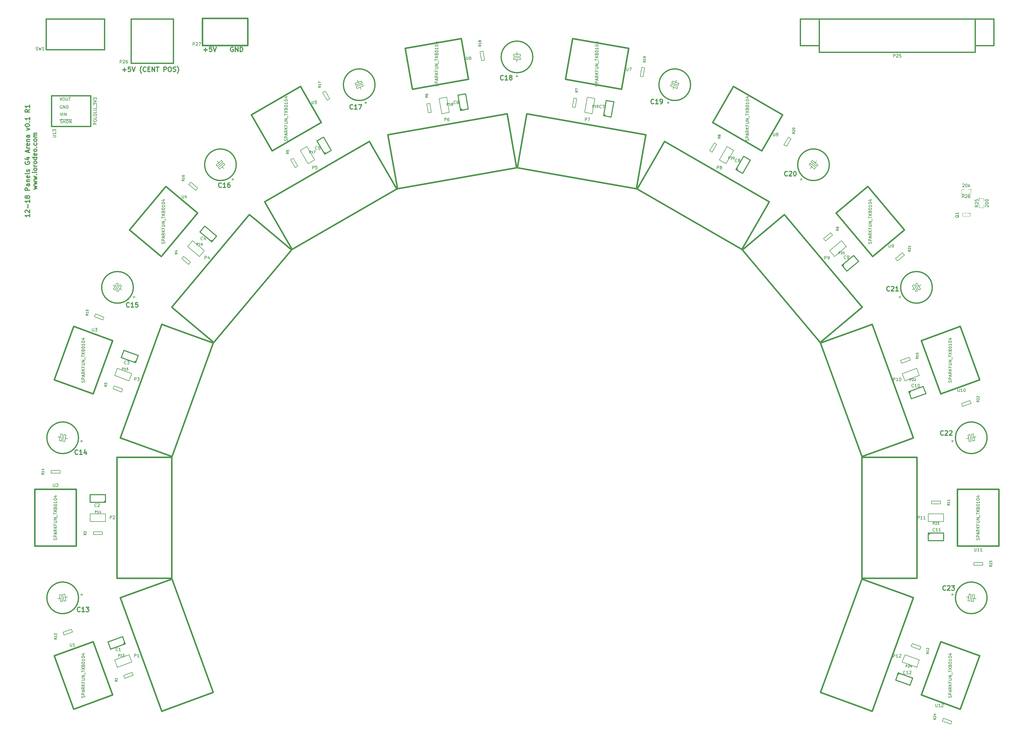
<source format=gto>
G04 (created by PCBNEW (2013-jul-07)-stable) date Sun 20 Sep 2015 10:44:14 PM PDT*
%MOIN*%
G04 Gerber Fmt 3.4, Leading zero omitted, Abs format*
%FSLAX34Y34*%
G01*
G70*
G90*
G04 APERTURE LIST*
%ADD10C,0.00590551*%
%ADD11C,0.011811*%
%ADD12C,0.012*%
%ADD13C,0.015*%
%ADD14C,0.02*%
%ADD15C,0.0031*%
%ADD16C,0.0039*%
%ADD17C,0.006*%
%ADD18C,0.008*%
G04 APERTURE END LIST*
G54D10*
G54D11*
X16539Y-50446D02*
X16539Y-50783D01*
X16539Y-50614D02*
X15948Y-50614D01*
X16032Y-50670D01*
X16089Y-50727D01*
X16117Y-50783D01*
X16004Y-50221D02*
X15976Y-50192D01*
X15948Y-50136D01*
X15948Y-49996D01*
X15976Y-49939D01*
X16004Y-49911D01*
X16060Y-49883D01*
X16117Y-49883D01*
X16201Y-49911D01*
X16539Y-50249D01*
X16539Y-49883D01*
X16314Y-49630D02*
X16314Y-49180D01*
X16539Y-48589D02*
X16539Y-48927D01*
X16539Y-48758D02*
X15948Y-48758D01*
X16032Y-48814D01*
X16089Y-48871D01*
X16117Y-48927D01*
X16201Y-48252D02*
X16173Y-48308D01*
X16145Y-48336D01*
X16089Y-48365D01*
X16060Y-48365D01*
X16004Y-48336D01*
X15976Y-48308D01*
X15948Y-48252D01*
X15948Y-48140D01*
X15976Y-48083D01*
X16004Y-48055D01*
X16060Y-48027D01*
X16089Y-48027D01*
X16145Y-48055D01*
X16173Y-48083D01*
X16201Y-48140D01*
X16201Y-48252D01*
X16229Y-48308D01*
X16257Y-48336D01*
X16314Y-48365D01*
X16426Y-48365D01*
X16482Y-48336D01*
X16510Y-48308D01*
X16539Y-48252D01*
X16539Y-48140D01*
X16510Y-48083D01*
X16482Y-48055D01*
X16426Y-48027D01*
X16314Y-48027D01*
X16257Y-48055D01*
X16229Y-48083D01*
X16201Y-48140D01*
X16539Y-47324D02*
X15948Y-47324D01*
X15948Y-47099D01*
X15976Y-47043D01*
X16004Y-47015D01*
X16060Y-46987D01*
X16145Y-46987D01*
X16201Y-47015D01*
X16229Y-47043D01*
X16257Y-47099D01*
X16257Y-47324D01*
X16539Y-46480D02*
X16229Y-46480D01*
X16173Y-46508D01*
X16145Y-46565D01*
X16145Y-46677D01*
X16173Y-46733D01*
X16510Y-46480D02*
X16539Y-46537D01*
X16539Y-46677D01*
X16510Y-46733D01*
X16454Y-46762D01*
X16398Y-46762D01*
X16342Y-46733D01*
X16314Y-46677D01*
X16314Y-46537D01*
X16285Y-46480D01*
X16145Y-46199D02*
X16539Y-46199D01*
X16201Y-46199D02*
X16173Y-46171D01*
X16145Y-46115D01*
X16145Y-46030D01*
X16173Y-45974D01*
X16229Y-45946D01*
X16539Y-45946D01*
X16510Y-45440D02*
X16539Y-45496D01*
X16539Y-45609D01*
X16510Y-45665D01*
X16454Y-45693D01*
X16229Y-45693D01*
X16173Y-45665D01*
X16145Y-45609D01*
X16145Y-45496D01*
X16173Y-45440D01*
X16229Y-45412D01*
X16285Y-45412D01*
X16342Y-45693D01*
X16539Y-45074D02*
X16510Y-45131D01*
X16454Y-45159D01*
X15948Y-45159D01*
X16510Y-44877D02*
X16539Y-44821D01*
X16539Y-44709D01*
X16510Y-44652D01*
X16454Y-44624D01*
X16426Y-44624D01*
X16370Y-44652D01*
X16342Y-44709D01*
X16342Y-44793D01*
X16314Y-44849D01*
X16257Y-44877D01*
X16229Y-44877D01*
X16173Y-44849D01*
X16145Y-44793D01*
X16145Y-44709D01*
X16173Y-44652D01*
X15976Y-43612D02*
X15948Y-43668D01*
X15948Y-43753D01*
X15976Y-43837D01*
X16032Y-43893D01*
X16089Y-43921D01*
X16201Y-43949D01*
X16285Y-43949D01*
X16398Y-43921D01*
X16454Y-43893D01*
X16510Y-43837D01*
X16539Y-43753D01*
X16539Y-43696D01*
X16510Y-43612D01*
X16482Y-43584D01*
X16285Y-43584D01*
X16285Y-43696D01*
X16145Y-43078D02*
X16539Y-43078D01*
X15920Y-43218D02*
X16342Y-43359D01*
X16342Y-42993D01*
X16370Y-42347D02*
X16370Y-42065D01*
X16539Y-42403D02*
X15948Y-42206D01*
X16539Y-42009D01*
X16539Y-41812D02*
X16145Y-41812D01*
X16257Y-41812D02*
X16201Y-41784D01*
X16173Y-41756D01*
X16145Y-41700D01*
X16145Y-41643D01*
X16510Y-41222D02*
X16539Y-41278D01*
X16539Y-41390D01*
X16510Y-41447D01*
X16454Y-41475D01*
X16229Y-41475D01*
X16173Y-41447D01*
X16145Y-41390D01*
X16145Y-41278D01*
X16173Y-41222D01*
X16229Y-41194D01*
X16285Y-41194D01*
X16342Y-41475D01*
X16145Y-40940D02*
X16539Y-40940D01*
X16201Y-40940D02*
X16173Y-40912D01*
X16145Y-40856D01*
X16145Y-40772D01*
X16173Y-40715D01*
X16229Y-40687D01*
X16539Y-40687D01*
X16539Y-40153D02*
X16229Y-40153D01*
X16173Y-40181D01*
X16145Y-40237D01*
X16145Y-40350D01*
X16173Y-40406D01*
X16510Y-40153D02*
X16539Y-40209D01*
X16539Y-40350D01*
X16510Y-40406D01*
X16454Y-40434D01*
X16398Y-40434D01*
X16342Y-40406D01*
X16314Y-40350D01*
X16314Y-40209D01*
X16285Y-40153D01*
X16145Y-39478D02*
X16539Y-39338D01*
X16145Y-39197D01*
X15948Y-38859D02*
X15948Y-38803D01*
X15976Y-38747D01*
X16004Y-38719D01*
X16060Y-38691D01*
X16173Y-38663D01*
X16314Y-38663D01*
X16426Y-38691D01*
X16482Y-38719D01*
X16510Y-38747D01*
X16539Y-38803D01*
X16539Y-38859D01*
X16510Y-38916D01*
X16482Y-38944D01*
X16426Y-38972D01*
X16314Y-39000D01*
X16173Y-39000D01*
X16060Y-38972D01*
X16004Y-38944D01*
X15976Y-38916D01*
X15948Y-38859D01*
X16482Y-38410D02*
X16510Y-38381D01*
X16539Y-38410D01*
X16510Y-38438D01*
X16482Y-38410D01*
X16539Y-38410D01*
X16539Y-37819D02*
X16539Y-38156D01*
X16539Y-37988D02*
X15948Y-37988D01*
X16032Y-38044D01*
X16089Y-38100D01*
X16117Y-38156D01*
X16539Y-36778D02*
X16257Y-36975D01*
X16539Y-37116D02*
X15948Y-37116D01*
X15948Y-36891D01*
X15976Y-36835D01*
X16004Y-36807D01*
X16060Y-36778D01*
X16145Y-36778D01*
X16201Y-36807D01*
X16229Y-36835D01*
X16257Y-36891D01*
X16257Y-37116D01*
X16539Y-36216D02*
X16539Y-36553D01*
X16539Y-36385D02*
X15948Y-36385D01*
X16032Y-36441D01*
X16089Y-36497D01*
X16117Y-36553D01*
X17090Y-47183D02*
X17483Y-47071D01*
X17202Y-46958D01*
X17483Y-46846D01*
X17090Y-46733D01*
X17090Y-46565D02*
X17483Y-46452D01*
X17202Y-46340D01*
X17483Y-46227D01*
X17090Y-46115D01*
X17090Y-45946D02*
X17483Y-45834D01*
X17202Y-45721D01*
X17483Y-45609D01*
X17090Y-45496D01*
X17427Y-45271D02*
X17455Y-45243D01*
X17483Y-45271D01*
X17455Y-45299D01*
X17427Y-45271D01*
X17483Y-45271D01*
X17483Y-44990D02*
X17090Y-44990D01*
X16893Y-44990D02*
X16921Y-45018D01*
X16949Y-44990D01*
X16921Y-44962D01*
X16893Y-44990D01*
X16949Y-44990D01*
X17483Y-44624D02*
X17455Y-44681D01*
X17427Y-44709D01*
X17371Y-44737D01*
X17202Y-44737D01*
X17146Y-44709D01*
X17118Y-44681D01*
X17090Y-44624D01*
X17090Y-44540D01*
X17118Y-44484D01*
X17146Y-44456D01*
X17202Y-44428D01*
X17371Y-44428D01*
X17427Y-44456D01*
X17455Y-44484D01*
X17483Y-44540D01*
X17483Y-44624D01*
X17483Y-44174D02*
X17090Y-44174D01*
X17202Y-44174D02*
X17146Y-44146D01*
X17118Y-44118D01*
X17090Y-44062D01*
X17090Y-44006D01*
X17483Y-43724D02*
X17455Y-43781D01*
X17427Y-43809D01*
X17371Y-43837D01*
X17202Y-43837D01*
X17146Y-43809D01*
X17118Y-43781D01*
X17090Y-43724D01*
X17090Y-43640D01*
X17118Y-43584D01*
X17146Y-43556D01*
X17202Y-43528D01*
X17371Y-43528D01*
X17427Y-43556D01*
X17455Y-43584D01*
X17483Y-43640D01*
X17483Y-43724D01*
X17483Y-43021D02*
X16893Y-43021D01*
X17455Y-43021D02*
X17483Y-43078D01*
X17483Y-43190D01*
X17455Y-43246D01*
X17427Y-43275D01*
X17371Y-43303D01*
X17202Y-43303D01*
X17146Y-43275D01*
X17118Y-43246D01*
X17090Y-43190D01*
X17090Y-43078D01*
X17118Y-43021D01*
X17455Y-42515D02*
X17483Y-42571D01*
X17483Y-42684D01*
X17455Y-42740D01*
X17399Y-42768D01*
X17174Y-42768D01*
X17118Y-42740D01*
X17090Y-42684D01*
X17090Y-42571D01*
X17118Y-42515D01*
X17174Y-42487D01*
X17230Y-42487D01*
X17287Y-42768D01*
X17483Y-42150D02*
X17455Y-42206D01*
X17427Y-42234D01*
X17371Y-42262D01*
X17202Y-42262D01*
X17146Y-42234D01*
X17118Y-42206D01*
X17090Y-42150D01*
X17090Y-42065D01*
X17118Y-42009D01*
X17146Y-41981D01*
X17202Y-41953D01*
X17371Y-41953D01*
X17427Y-41981D01*
X17455Y-42009D01*
X17483Y-42065D01*
X17483Y-42150D01*
X17427Y-41700D02*
X17455Y-41672D01*
X17483Y-41700D01*
X17455Y-41728D01*
X17427Y-41700D01*
X17483Y-41700D01*
X17455Y-41165D02*
X17483Y-41222D01*
X17483Y-41334D01*
X17455Y-41390D01*
X17427Y-41419D01*
X17371Y-41447D01*
X17202Y-41447D01*
X17146Y-41419D01*
X17118Y-41390D01*
X17090Y-41334D01*
X17090Y-41222D01*
X17118Y-41165D01*
X17483Y-40828D02*
X17455Y-40884D01*
X17427Y-40912D01*
X17371Y-40940D01*
X17202Y-40940D01*
X17146Y-40912D01*
X17118Y-40884D01*
X17090Y-40828D01*
X17090Y-40744D01*
X17118Y-40687D01*
X17146Y-40659D01*
X17202Y-40631D01*
X17371Y-40631D01*
X17427Y-40659D01*
X17455Y-40687D01*
X17483Y-40744D01*
X17483Y-40828D01*
X17483Y-40378D02*
X17090Y-40378D01*
X17146Y-40378D02*
X17118Y-40350D01*
X17090Y-40294D01*
X17090Y-40209D01*
X17118Y-40153D01*
X17174Y-40125D01*
X17483Y-40125D01*
X17174Y-40125D02*
X17118Y-40097D01*
X17090Y-40041D01*
X17090Y-39956D01*
X17118Y-39900D01*
X17174Y-39872D01*
X17483Y-39872D01*
G54D12*
X28657Y-31614D02*
X29114Y-31614D01*
X28885Y-31842D02*
X28885Y-31385D01*
X29685Y-31242D02*
X29400Y-31242D01*
X29371Y-31528D01*
X29400Y-31500D01*
X29457Y-31471D01*
X29600Y-31471D01*
X29657Y-31500D01*
X29685Y-31528D01*
X29714Y-31585D01*
X29714Y-31728D01*
X29685Y-31785D01*
X29657Y-31814D01*
X29600Y-31842D01*
X29457Y-31842D01*
X29400Y-31814D01*
X29371Y-31785D01*
X29885Y-31242D02*
X30085Y-31842D01*
X30285Y-31242D01*
X31114Y-32071D02*
X31085Y-32042D01*
X31028Y-31957D01*
X31000Y-31900D01*
X30971Y-31814D01*
X30942Y-31671D01*
X30942Y-31557D01*
X30971Y-31414D01*
X31000Y-31328D01*
X31028Y-31271D01*
X31085Y-31185D01*
X31114Y-31157D01*
X31685Y-31785D02*
X31657Y-31814D01*
X31571Y-31842D01*
X31514Y-31842D01*
X31428Y-31814D01*
X31371Y-31757D01*
X31342Y-31700D01*
X31314Y-31585D01*
X31314Y-31500D01*
X31342Y-31385D01*
X31371Y-31328D01*
X31428Y-31271D01*
X31514Y-31242D01*
X31571Y-31242D01*
X31657Y-31271D01*
X31685Y-31300D01*
X31942Y-31528D02*
X32142Y-31528D01*
X32228Y-31842D02*
X31942Y-31842D01*
X31942Y-31242D01*
X32228Y-31242D01*
X32485Y-31842D02*
X32485Y-31242D01*
X32828Y-31842D01*
X32828Y-31242D01*
X33028Y-31242D02*
X33371Y-31242D01*
X33200Y-31842D02*
X33200Y-31242D01*
X34028Y-31842D02*
X34028Y-31242D01*
X34257Y-31242D01*
X34314Y-31271D01*
X34342Y-31300D01*
X34371Y-31357D01*
X34371Y-31442D01*
X34342Y-31500D01*
X34314Y-31528D01*
X34257Y-31557D01*
X34028Y-31557D01*
X34742Y-31242D02*
X34857Y-31242D01*
X34914Y-31271D01*
X34971Y-31328D01*
X35000Y-31442D01*
X35000Y-31642D01*
X34971Y-31757D01*
X34914Y-31814D01*
X34857Y-31842D01*
X34742Y-31842D01*
X34685Y-31814D01*
X34628Y-31757D01*
X34600Y-31642D01*
X34600Y-31442D01*
X34628Y-31328D01*
X34685Y-31271D01*
X34742Y-31242D01*
X35228Y-31814D02*
X35314Y-31842D01*
X35457Y-31842D01*
X35514Y-31814D01*
X35542Y-31785D01*
X35571Y-31728D01*
X35571Y-31671D01*
X35542Y-31614D01*
X35514Y-31585D01*
X35457Y-31557D01*
X35342Y-31528D01*
X35285Y-31500D01*
X35257Y-31471D01*
X35228Y-31414D01*
X35228Y-31357D01*
X35257Y-31300D01*
X35285Y-31271D01*
X35342Y-31242D01*
X35485Y-31242D01*
X35571Y-31271D01*
X35771Y-32071D02*
X35800Y-32042D01*
X35857Y-31957D01*
X35885Y-31900D01*
X35914Y-31814D01*
X35942Y-31671D01*
X35942Y-31557D01*
X35914Y-31414D01*
X35885Y-31328D01*
X35857Y-31271D01*
X35800Y-31185D01*
X35771Y-31157D01*
X43042Y-28671D02*
X42985Y-28642D01*
X42900Y-28642D01*
X42814Y-28671D01*
X42757Y-28728D01*
X42728Y-28785D01*
X42700Y-28900D01*
X42700Y-28985D01*
X42728Y-29100D01*
X42757Y-29157D01*
X42814Y-29214D01*
X42900Y-29242D01*
X42957Y-29242D01*
X43042Y-29214D01*
X43071Y-29185D01*
X43071Y-28985D01*
X42957Y-28985D01*
X43328Y-29242D02*
X43328Y-28642D01*
X43671Y-29242D01*
X43671Y-28642D01*
X43957Y-29242D02*
X43957Y-28642D01*
X44100Y-28642D01*
X44185Y-28671D01*
X44242Y-28728D01*
X44271Y-28785D01*
X44300Y-28900D01*
X44300Y-28985D01*
X44271Y-29100D01*
X44242Y-29157D01*
X44185Y-29214D01*
X44100Y-29242D01*
X43957Y-29242D01*
X39228Y-29014D02*
X39685Y-29014D01*
X39457Y-29242D02*
X39457Y-28785D01*
X40257Y-28642D02*
X39971Y-28642D01*
X39942Y-28928D01*
X39971Y-28900D01*
X40028Y-28871D01*
X40171Y-28871D01*
X40228Y-28900D01*
X40257Y-28928D01*
X40285Y-28985D01*
X40285Y-29128D01*
X40257Y-29185D01*
X40228Y-29214D01*
X40171Y-29242D01*
X40028Y-29242D01*
X39971Y-29214D01*
X39942Y-29185D01*
X40457Y-28642D02*
X40657Y-29242D01*
X40857Y-28642D01*
G54D13*
X139637Y-28444D02*
X139637Y-29330D01*
X139637Y-29330D02*
X119460Y-29330D01*
X119460Y-29330D02*
X119362Y-29330D01*
X119362Y-29330D02*
X119362Y-28444D01*
X119362Y-28444D02*
X116901Y-28444D01*
X142098Y-28444D02*
X139637Y-28444D01*
X119362Y-25000D02*
X119362Y-28444D01*
X139637Y-25000D02*
X139637Y-28444D01*
X116901Y-25000D02*
X116901Y-28444D01*
X142098Y-25000D02*
X142098Y-28444D01*
X142098Y-25000D02*
X116901Y-25000D01*
G54D14*
X72745Y-27546D02*
X65457Y-28831D01*
X65457Y-28831D02*
X66395Y-34149D01*
X66395Y-34149D02*
X73682Y-32864D01*
X73682Y-32864D02*
X72745Y-27546D01*
X51822Y-33794D02*
X45413Y-37494D01*
X45413Y-37494D02*
X48113Y-42171D01*
X48113Y-42171D02*
X54522Y-38471D01*
X54522Y-38471D02*
X51822Y-33794D01*
X34298Y-46821D02*
X29541Y-52490D01*
X29541Y-52490D02*
X33678Y-55961D01*
X33678Y-55961D02*
X38434Y-50292D01*
X38434Y-50292D02*
X34298Y-46821D01*
X137713Y-114943D02*
X140244Y-107989D01*
X140244Y-107989D02*
X135170Y-106142D01*
X135170Y-106142D02*
X132639Y-113096D01*
X132639Y-113096D02*
X137713Y-114943D01*
X22286Y-65056D02*
X19755Y-72010D01*
X19755Y-72010D02*
X24829Y-73857D01*
X24829Y-73857D02*
X27360Y-66903D01*
X27360Y-66903D02*
X22286Y-65056D01*
X142764Y-93700D02*
X142764Y-86300D01*
X142764Y-86300D02*
X137364Y-86300D01*
X137364Y-86300D02*
X137364Y-93700D01*
X137364Y-93700D02*
X142764Y-93700D01*
X17235Y-86300D02*
X17235Y-93700D01*
X17235Y-93700D02*
X22635Y-93700D01*
X22635Y-93700D02*
X22635Y-86300D01*
X22635Y-86300D02*
X17235Y-86300D01*
X19755Y-107989D02*
X22286Y-114943D01*
X22286Y-114943D02*
X27360Y-113096D01*
X27360Y-113096D02*
X24829Y-106142D01*
X24829Y-106142D02*
X19755Y-107989D01*
X140244Y-72010D02*
X137713Y-65056D01*
X137713Y-65056D02*
X132639Y-66903D01*
X132639Y-66903D02*
X135170Y-73857D01*
X135170Y-73857D02*
X140244Y-72010D01*
X94542Y-28831D02*
X87254Y-27546D01*
X87254Y-27546D02*
X86317Y-32864D01*
X86317Y-32864D02*
X93604Y-34149D01*
X93604Y-34149D02*
X94542Y-28831D01*
X130458Y-52490D02*
X125701Y-46821D01*
X125701Y-46821D02*
X121565Y-50292D01*
X121565Y-50292D02*
X126321Y-55961D01*
X126321Y-55961D02*
X130458Y-52490D01*
X114586Y-37494D02*
X108177Y-33794D01*
X108177Y-33794D02*
X105477Y-38471D01*
X105477Y-38471D02*
X111886Y-42171D01*
X111886Y-42171D02*
X114586Y-37494D01*
G54D15*
X139025Y-50362D02*
G75*
G03X139025Y-50362I-62J0D01*
G74*
G01*
X138000Y-50700D02*
X138000Y-50300D01*
X139025Y-50700D02*
X139025Y-50300D01*
X138000Y-50300D02*
X139025Y-50300D01*
X139025Y-50700D02*
X138000Y-50700D01*
G54D16*
X140250Y-48350D02*
G75*
G03X140250Y-48350I-50J0D01*
G74*
G01*
X140200Y-48800D02*
X140200Y-48400D01*
X140200Y-48400D02*
X140800Y-48400D01*
X140800Y-48400D02*
X140800Y-48800D01*
X140800Y-49200D02*
X140800Y-49600D01*
X140800Y-49600D02*
X140200Y-49600D01*
X140200Y-49600D02*
X140200Y-49200D01*
X139200Y-47200D02*
G75*
G03X139200Y-47200I-50J0D01*
G74*
G01*
X138700Y-47200D02*
X139100Y-47200D01*
X139100Y-47200D02*
X139100Y-47800D01*
X139100Y-47800D02*
X138700Y-47800D01*
X138300Y-47800D02*
X137900Y-47800D01*
X137900Y-47800D02*
X137900Y-47200D01*
X137900Y-47200D02*
X138300Y-47200D01*
G54D13*
X26300Y-29000D02*
X18700Y-29000D01*
X18700Y-29000D02*
X18700Y-25000D01*
X18700Y-25000D02*
X26300Y-25000D01*
X26300Y-25000D02*
X26300Y-29000D01*
G54D10*
X36589Y-55928D02*
X36336Y-56229D01*
X36336Y-56229D02*
X37241Y-56989D01*
X37241Y-56989D02*
X37494Y-56687D01*
X37494Y-56687D02*
X36589Y-55928D01*
X130447Y-55758D02*
X130194Y-55457D01*
X130194Y-55457D02*
X129289Y-56216D01*
X129289Y-56216D02*
X129542Y-56518D01*
X129542Y-56518D02*
X130447Y-55758D01*
X68646Y-35996D02*
X68259Y-36064D01*
X68259Y-36064D02*
X68464Y-37227D01*
X68464Y-37227D02*
X68851Y-37159D01*
X68851Y-37159D02*
X68646Y-35996D01*
X115694Y-40569D02*
X115353Y-40372D01*
X115353Y-40372D02*
X114762Y-41395D01*
X114762Y-41395D02*
X115103Y-41592D01*
X115103Y-41592D02*
X115694Y-40569D01*
X139116Y-75077D02*
X138981Y-74707D01*
X138981Y-74707D02*
X137871Y-75111D01*
X137871Y-75111D02*
X138006Y-75481D01*
X138006Y-75481D02*
X139116Y-75077D01*
X96635Y-31342D02*
X96247Y-31274D01*
X96247Y-31274D02*
X96042Y-32437D01*
X96042Y-32437D02*
X96430Y-32505D01*
X96430Y-32505D02*
X96635Y-31342D01*
X87801Y-35369D02*
X87414Y-35301D01*
X87414Y-35301D02*
X87209Y-36464D01*
X87209Y-36464D02*
X87596Y-36533D01*
X87596Y-36533D02*
X87801Y-35369D01*
X50861Y-43136D02*
X50520Y-43333D01*
X50520Y-43333D02*
X51110Y-44355D01*
X51110Y-44355D02*
X51451Y-44159D01*
X51451Y-44159D02*
X50861Y-43136D01*
X140654Y-96196D02*
X140654Y-95803D01*
X140654Y-95803D02*
X139473Y-95803D01*
X139473Y-95803D02*
X139473Y-96196D01*
X139473Y-96196D02*
X140654Y-96196D01*
X135512Y-116113D02*
X135377Y-116482D01*
X135377Y-116482D02*
X136487Y-116886D01*
X136487Y-116886D02*
X136622Y-116517D01*
X136622Y-116517D02*
X135512Y-116113D01*
X28788Y-110558D02*
X28922Y-110928D01*
X28922Y-110928D02*
X30032Y-110524D01*
X30032Y-110524D02*
X29897Y-110154D01*
X29897Y-110154D02*
X28788Y-110558D01*
X24845Y-91803D02*
X24845Y-92196D01*
X24845Y-92196D02*
X26026Y-92196D01*
X26026Y-92196D02*
X26026Y-91803D01*
X26026Y-91803D02*
X24845Y-91803D01*
X27554Y-72830D02*
X27420Y-73200D01*
X27420Y-73200D02*
X28529Y-73604D01*
X28529Y-73604D02*
X28664Y-73234D01*
X28664Y-73234D02*
X27554Y-72830D01*
X55039Y-34372D02*
X54698Y-34569D01*
X54698Y-34569D02*
X55288Y-35592D01*
X55288Y-35592D02*
X55629Y-35395D01*
X55629Y-35395D02*
X55039Y-34372D01*
X37518Y-46264D02*
X37265Y-46566D01*
X37265Y-46566D02*
X38170Y-47325D01*
X38170Y-47325D02*
X38423Y-47024D01*
X38423Y-47024D02*
X37518Y-46264D01*
X25122Y-63431D02*
X24987Y-63801D01*
X24987Y-63801D02*
X26097Y-64205D01*
X26097Y-64205D02*
X26232Y-63835D01*
X26232Y-63835D02*
X25122Y-63431D01*
X19345Y-83803D02*
X19345Y-84196D01*
X19345Y-84196D02*
X20526Y-84196D01*
X20526Y-84196D02*
X20526Y-83803D01*
X20526Y-83803D02*
X19345Y-83803D01*
X20883Y-104922D02*
X21018Y-105292D01*
X21018Y-105292D02*
X22128Y-104888D01*
X22128Y-104888D02*
X21993Y-104518D01*
X21993Y-104518D02*
X20883Y-104922D01*
X131212Y-69441D02*
X131077Y-69071D01*
X131077Y-69071D02*
X129967Y-69475D01*
X129967Y-69475D02*
X130102Y-69845D01*
X130102Y-69845D02*
X131212Y-69441D01*
X135154Y-88196D02*
X135154Y-87803D01*
X135154Y-87803D02*
X133973Y-87803D01*
X133973Y-87803D02*
X133973Y-88196D01*
X133973Y-88196D02*
X135154Y-88196D01*
X75570Y-29190D02*
X75182Y-29258D01*
X75182Y-29258D02*
X75387Y-30422D01*
X75387Y-30422D02*
X75775Y-30353D01*
X75775Y-30353D02*
X75570Y-29190D01*
X121091Y-53165D02*
X120838Y-52864D01*
X120838Y-52864D02*
X119934Y-53623D01*
X119934Y-53623D02*
X120187Y-53924D01*
X120187Y-53924D02*
X121091Y-53165D01*
X132445Y-107169D02*
X132580Y-106799D01*
X132580Y-106799D02*
X131470Y-106395D01*
X131470Y-106395D02*
X131335Y-106765D01*
X131335Y-106765D02*
X132445Y-107169D01*
X106015Y-41333D02*
X105674Y-41136D01*
X105674Y-41136D02*
X105084Y-42159D01*
X105084Y-42159D02*
X105425Y-42355D01*
X105425Y-42355D02*
X106015Y-41333D01*
G54D13*
X19400Y-39000D02*
X24500Y-39000D01*
X19400Y-34980D02*
X24500Y-35000D01*
X19400Y-39000D02*
X19400Y-35000D01*
X24500Y-39000D02*
X24500Y-35000D01*
G54D17*
X135564Y-89500D02*
X135564Y-90500D01*
X135564Y-90500D02*
X133564Y-90500D01*
X133564Y-90500D02*
X133564Y-89500D01*
X133564Y-89500D02*
X135564Y-89500D01*
X51784Y-42130D02*
X52650Y-41630D01*
X52650Y-41630D02*
X53650Y-43362D01*
X53650Y-43362D02*
X52784Y-43862D01*
X52784Y-43862D02*
X51784Y-42130D01*
X69859Y-35366D02*
X70843Y-35193D01*
X70843Y-35193D02*
X71191Y-37162D01*
X71191Y-37162D02*
X70206Y-37336D01*
X70206Y-37336D02*
X69859Y-35366D01*
X89156Y-35193D02*
X90140Y-35366D01*
X90140Y-35366D02*
X89793Y-37336D01*
X89793Y-37336D02*
X88808Y-37162D01*
X88808Y-37162D02*
X89156Y-35193D01*
X37113Y-54667D02*
X37756Y-53900D01*
X37756Y-53900D02*
X39288Y-55186D01*
X39288Y-55186D02*
X38645Y-55952D01*
X38645Y-55952D02*
X37113Y-54667D01*
X27957Y-109474D02*
X27615Y-108534D01*
X27615Y-108534D02*
X29494Y-107850D01*
X29494Y-107850D02*
X29837Y-108790D01*
X29837Y-108790D02*
X27957Y-109474D01*
X132384Y-108534D02*
X132042Y-109474D01*
X132042Y-109474D02*
X130162Y-108790D01*
X130162Y-108790D02*
X130504Y-107850D01*
X130504Y-107850D02*
X132384Y-108534D01*
X132042Y-70525D02*
X132384Y-71465D01*
X132384Y-71465D02*
X130504Y-72149D01*
X130504Y-72149D02*
X130162Y-71209D01*
X130162Y-71209D02*
X132042Y-70525D01*
X122243Y-53900D02*
X122886Y-54667D01*
X122886Y-54667D02*
X121354Y-55952D01*
X121354Y-55952D02*
X120711Y-55186D01*
X120711Y-55186D02*
X122243Y-53900D01*
X27615Y-71465D02*
X27957Y-70525D01*
X27957Y-70525D02*
X29837Y-71209D01*
X29837Y-71209D02*
X29494Y-72149D01*
X29494Y-72149D02*
X27615Y-71465D01*
X107349Y-41630D02*
X108215Y-42130D01*
X108215Y-42130D02*
X107215Y-43862D01*
X107215Y-43862D02*
X106349Y-43362D01*
X106349Y-43362D02*
X107349Y-41630D01*
X24435Y-90500D02*
X24435Y-89500D01*
X24435Y-89500D02*
X26435Y-89500D01*
X26435Y-89500D02*
X26435Y-90500D01*
X26435Y-90500D02*
X24435Y-90500D01*
G54D14*
X98650Y-41948D02*
X95648Y-47147D01*
X95648Y-47147D02*
X109286Y-55022D01*
X109286Y-55022D02*
X112288Y-49822D01*
X112288Y-49822D02*
X112859Y-48833D01*
X112859Y-48833D02*
X99221Y-40959D01*
X99221Y-40959D02*
X98650Y-41948D01*
X130560Y-100023D02*
X124918Y-97969D01*
X124918Y-97969D02*
X119532Y-112768D01*
X119532Y-112768D02*
X125174Y-114821D01*
X125174Y-114821D02*
X126247Y-115212D01*
X126247Y-115212D02*
X131633Y-100413D01*
X131633Y-100413D02*
X130560Y-100023D01*
X130939Y-82125D02*
X124935Y-82125D01*
X124935Y-82125D02*
X124935Y-97874D01*
X124935Y-97874D02*
X130939Y-97874D01*
X130939Y-97874D02*
X132081Y-97874D01*
X132081Y-97874D02*
X132081Y-82125D01*
X132081Y-82125D02*
X130939Y-82125D01*
X125174Y-65178D02*
X119532Y-67231D01*
X119532Y-67231D02*
X124918Y-82030D01*
X124918Y-82030D02*
X130560Y-79976D01*
X130560Y-79976D02*
X131633Y-79586D01*
X131633Y-79586D02*
X126247Y-64787D01*
X126247Y-64787D02*
X125174Y-65178D01*
X113960Y-51224D02*
X109361Y-55084D01*
X109361Y-55084D02*
X119483Y-67147D01*
X119483Y-67147D02*
X124082Y-63288D01*
X124082Y-63288D02*
X124957Y-62554D01*
X124957Y-62554D02*
X114834Y-50490D01*
X114834Y-50490D02*
X113960Y-51224D01*
X81091Y-38467D02*
X80048Y-44380D01*
X80048Y-44380D02*
X95557Y-47114D01*
X95557Y-47114D02*
X96600Y-41201D01*
X96600Y-41201D02*
X96798Y-40077D01*
X96798Y-40077D02*
X81289Y-37342D01*
X81289Y-37342D02*
X81091Y-38467D01*
X63399Y-41201D02*
X64442Y-47114D01*
X64442Y-47114D02*
X79951Y-44380D01*
X79951Y-44380D02*
X78908Y-38467D01*
X78908Y-38467D02*
X78710Y-37342D01*
X78710Y-37342D02*
X63201Y-40077D01*
X63201Y-40077D02*
X63399Y-41201D01*
X47711Y-49822D02*
X50713Y-55022D01*
X50713Y-55022D02*
X64351Y-47147D01*
X64351Y-47147D02*
X61349Y-41948D01*
X61349Y-41948D02*
X60778Y-40959D01*
X60778Y-40959D02*
X47140Y-48833D01*
X47140Y-48833D02*
X47711Y-49822D01*
X35917Y-63288D02*
X40516Y-67147D01*
X40516Y-67147D02*
X50638Y-55084D01*
X50638Y-55084D02*
X46039Y-51224D01*
X46039Y-51224D02*
X45165Y-50490D01*
X45165Y-50490D02*
X35042Y-62554D01*
X35042Y-62554D02*
X35917Y-63288D01*
X29439Y-79976D02*
X35081Y-82030D01*
X35081Y-82030D02*
X40467Y-67231D01*
X40467Y-67231D02*
X34825Y-65178D01*
X34825Y-65178D02*
X33752Y-64787D01*
X33752Y-64787D02*
X28366Y-79586D01*
X28366Y-79586D02*
X29439Y-79976D01*
X29060Y-97874D02*
X35064Y-97874D01*
X35064Y-97874D02*
X35064Y-82125D01*
X35064Y-82125D02*
X29060Y-82125D01*
X29060Y-82125D02*
X27918Y-82125D01*
X27918Y-82125D02*
X27918Y-97874D01*
X27918Y-97874D02*
X29060Y-97874D01*
X34825Y-114821D02*
X40467Y-112768D01*
X40467Y-112768D02*
X35081Y-97969D01*
X35081Y-97969D02*
X29439Y-100023D01*
X29439Y-100023D02*
X28366Y-100413D01*
X28366Y-100413D02*
X33752Y-115212D01*
X33752Y-115212D02*
X34825Y-114821D01*
G54D13*
X29750Y-25000D02*
X35250Y-25000D01*
X35250Y-25000D02*
X35250Y-30750D01*
X35250Y-30750D02*
X29750Y-30750D01*
X29750Y-30750D02*
X29750Y-25000D01*
X82061Y-29935D02*
G75*
G03X82061Y-29935I-2061J0D01*
G74*
G01*
G54D18*
X80450Y-29835D02*
X80450Y-29585D01*
X80450Y-29585D02*
X79550Y-29585D01*
X79550Y-29835D02*
X79550Y-29585D01*
X80450Y-29835D02*
X79550Y-29835D01*
G54D17*
X80000Y-30385D02*
X80000Y-30285D01*
X80000Y-30285D02*
X80450Y-30285D01*
X80450Y-30285D02*
X80450Y-30035D01*
X80450Y-30035D02*
X79550Y-30035D01*
X79550Y-30035D02*
X79550Y-30285D01*
X79550Y-30285D02*
X80000Y-30285D01*
X80000Y-29685D02*
X80000Y-29485D01*
X79850Y-32435D02*
X80150Y-32435D01*
X80000Y-32285D02*
X80000Y-32585D01*
X80000Y-29485D02*
X80000Y-29285D01*
X80000Y-30585D02*
X80000Y-30385D01*
G54D13*
X22909Y-100429D02*
G75*
G03X22909Y-100429I-2061J0D01*
G74*
G01*
G54D18*
X20671Y-100004D02*
X20425Y-100047D01*
X20425Y-100047D02*
X20581Y-100933D01*
X20827Y-100890D02*
X20581Y-100933D01*
X20671Y-100004D02*
X20827Y-100890D01*
G54D17*
X21291Y-100351D02*
X21192Y-100369D01*
X21192Y-100369D02*
X21114Y-99925D01*
X21114Y-99925D02*
X20868Y-99969D01*
X20868Y-99969D02*
X21024Y-100855D01*
X21024Y-100855D02*
X21271Y-100812D01*
X21271Y-100812D02*
X21192Y-100369D01*
X20601Y-100473D02*
X20405Y-100508D01*
X23336Y-100143D02*
X23284Y-99848D01*
X23162Y-100021D02*
X23457Y-99969D01*
X20405Y-100508D02*
X20208Y-100542D01*
X21488Y-100317D02*
X21291Y-100351D01*
G54D13*
X22909Y-79570D02*
G75*
G03X22909Y-79570I-2061J0D01*
G74*
G01*
G54D18*
X20827Y-79109D02*
X20581Y-79066D01*
X20581Y-79066D02*
X20425Y-79952D01*
X20671Y-79995D02*
X20425Y-79952D01*
X20827Y-79109D02*
X20671Y-79995D01*
G54D17*
X21291Y-79648D02*
X21192Y-79630D01*
X21192Y-79630D02*
X21271Y-79187D01*
X21271Y-79187D02*
X21024Y-79144D01*
X21024Y-79144D02*
X20868Y-80030D01*
X20868Y-80030D02*
X21114Y-80074D01*
X21114Y-80074D02*
X21192Y-79630D01*
X20601Y-79526D02*
X20405Y-79491D01*
X23284Y-80151D02*
X23336Y-79856D01*
X23162Y-79978D02*
X23457Y-80030D01*
X20405Y-79491D02*
X20208Y-79457D01*
X21488Y-79682D02*
X21291Y-79648D01*
G54D13*
X30044Y-59967D02*
G75*
G03X30044Y-59967I-2061J0D01*
G74*
G01*
G54D18*
X28121Y-59528D02*
X27904Y-59403D01*
X27904Y-59403D02*
X27454Y-60182D01*
X27671Y-60307D02*
X27454Y-60182D01*
X28121Y-59528D02*
X27671Y-60307D01*
G54D17*
X28372Y-60192D02*
X28285Y-60142D01*
X28285Y-60142D02*
X28510Y-59753D01*
X28510Y-59753D02*
X28294Y-59628D01*
X28294Y-59628D02*
X27844Y-60407D01*
X27844Y-60407D02*
X28060Y-60532D01*
X28060Y-60532D02*
X28285Y-60142D01*
X27766Y-59842D02*
X27593Y-59742D01*
X30072Y-61347D02*
X30222Y-61087D01*
X30017Y-61142D02*
X30277Y-61292D01*
X27593Y-59742D02*
X27419Y-59642D01*
X28545Y-60292D02*
X28372Y-60192D01*
G54D13*
X43452Y-43988D02*
G75*
G03X43452Y-43988I-2061J0D01*
G74*
G01*
G54D18*
X41671Y-43622D02*
X41511Y-43430D01*
X41511Y-43430D02*
X40821Y-44009D01*
X40982Y-44200D02*
X40821Y-44009D01*
X41671Y-43622D02*
X40982Y-44200D01*
G54D17*
X41680Y-44332D02*
X41616Y-44256D01*
X41616Y-44256D02*
X41961Y-43967D01*
X41961Y-43967D02*
X41800Y-43775D01*
X41800Y-43775D02*
X41110Y-44354D01*
X41110Y-44354D02*
X41271Y-44545D01*
X41271Y-44545D02*
X41616Y-44256D01*
X41230Y-43796D02*
X41102Y-43643D01*
X42883Y-45999D02*
X43113Y-45806D01*
X42901Y-45788D02*
X43094Y-46018D01*
X41102Y-43643D02*
X40973Y-43490D01*
X41809Y-44486D02*
X41680Y-44332D01*
G54D13*
X61518Y-33557D02*
G75*
G03X61518Y-33557I-2061J0D01*
G74*
G01*
G54D18*
X59845Y-33310D02*
X59759Y-33075D01*
X59759Y-33075D02*
X58914Y-33383D01*
X58999Y-33617D02*
X58914Y-33383D01*
X59845Y-33310D02*
X58999Y-33617D01*
G54D17*
X59610Y-33980D02*
X59576Y-33886D01*
X59576Y-33886D02*
X59999Y-33732D01*
X59999Y-33732D02*
X59913Y-33498D01*
X59913Y-33498D02*
X59068Y-33805D01*
X59068Y-33805D02*
X59153Y-34040D01*
X59153Y-34040D02*
X59576Y-33886D01*
X59371Y-33323D02*
X59302Y-33135D01*
X60170Y-35958D02*
X60452Y-35855D01*
X60260Y-35766D02*
X60363Y-36048D01*
X59302Y-33135D02*
X59234Y-32947D01*
X59679Y-34168D02*
X59610Y-33980D01*
G54D12*
X30331Y-69793D02*
X28470Y-69116D01*
X28470Y-69116D02*
X28812Y-68176D01*
X28812Y-68176D02*
X30692Y-68860D01*
X30692Y-68860D02*
X30350Y-69800D01*
X30435Y-69565D02*
X30115Y-69714D01*
X28963Y-106447D02*
X27102Y-107124D01*
X27102Y-107124D02*
X26760Y-106185D01*
X26760Y-106185D02*
X28639Y-105501D01*
X28639Y-105501D02*
X28981Y-106440D01*
X28896Y-106205D02*
X28747Y-106526D01*
X26415Y-88000D02*
X24435Y-88000D01*
X24435Y-88000D02*
X24435Y-87000D01*
X24435Y-87000D02*
X26435Y-87000D01*
X26435Y-87000D02*
X26435Y-88000D01*
X26435Y-87750D02*
X26185Y-88000D01*
X131036Y-73552D02*
X132897Y-72875D01*
X132897Y-72875D02*
X133239Y-73814D01*
X133239Y-73814D02*
X131360Y-74498D01*
X131360Y-74498D02*
X131018Y-73559D01*
X131103Y-73794D02*
X131252Y-73473D01*
X40237Y-54024D02*
X38720Y-52752D01*
X38720Y-52752D02*
X39363Y-51986D01*
X39363Y-51986D02*
X40895Y-53271D01*
X40895Y-53271D02*
X40252Y-54037D01*
X40413Y-53846D02*
X40061Y-53876D01*
X54940Y-42594D02*
X53950Y-40880D01*
X53950Y-40880D02*
X54816Y-40380D01*
X54816Y-40380D02*
X55816Y-42112D01*
X55816Y-42112D02*
X54950Y-42612D01*
X55166Y-42487D02*
X54825Y-42395D01*
X72664Y-36882D02*
X72320Y-34932D01*
X72320Y-34932D02*
X73305Y-34758D01*
X73305Y-34758D02*
X73653Y-36728D01*
X73653Y-36728D02*
X72668Y-36902D01*
X72914Y-36858D02*
X72624Y-36655D01*
X91274Y-37577D02*
X91618Y-35627D01*
X91618Y-35627D02*
X92603Y-35800D01*
X92603Y-35800D02*
X92255Y-37770D01*
X92255Y-37770D02*
X91270Y-37596D01*
X91517Y-37640D02*
X91314Y-37350D01*
X129668Y-110206D02*
X131529Y-110883D01*
X131529Y-110883D02*
X131187Y-111823D01*
X131187Y-111823D02*
X129307Y-111139D01*
X129307Y-111139D02*
X129649Y-110199D01*
X129564Y-110434D02*
X129884Y-110285D01*
X108524Y-44594D02*
X109514Y-42880D01*
X109514Y-42880D02*
X110380Y-43380D01*
X110380Y-43380D02*
X109380Y-45112D01*
X109380Y-45112D02*
X108514Y-44612D01*
X108730Y-44737D02*
X108639Y-44395D01*
X133584Y-92000D02*
X135564Y-92000D01*
X135564Y-92000D02*
X135564Y-93000D01*
X135564Y-93000D02*
X133564Y-93000D01*
X133564Y-93000D02*
X133564Y-92000D01*
X133564Y-92250D02*
X133814Y-92000D01*
X122333Y-57088D02*
X123850Y-55815D01*
X123850Y-55815D02*
X124492Y-56581D01*
X124492Y-56581D02*
X122960Y-57867D01*
X122960Y-57867D02*
X122318Y-57101D01*
X122478Y-57293D02*
X122509Y-56940D01*
G54D14*
X39047Y-26500D02*
X39047Y-24925D01*
X39047Y-24925D02*
X44952Y-24925D01*
X44952Y-24925D02*
X44952Y-26500D01*
X44952Y-26500D02*
X44952Y-28468D01*
X44952Y-28468D02*
X39047Y-28468D01*
X39047Y-28468D02*
X39047Y-26500D01*
G54D13*
X102604Y-33557D02*
G75*
G03X102604Y-33557I-2061J0D01*
G74*
G01*
G54D18*
X101000Y-33617D02*
X101085Y-33383D01*
X101085Y-33383D02*
X100240Y-33075D01*
X100154Y-33310D02*
X100240Y-33075D01*
X101000Y-33617D02*
X100154Y-33310D01*
G54D17*
X100389Y-33980D02*
X100423Y-33886D01*
X100423Y-33886D02*
X100846Y-34040D01*
X100846Y-34040D02*
X100931Y-33805D01*
X100931Y-33805D02*
X100086Y-33498D01*
X100086Y-33498D02*
X100000Y-33732D01*
X100000Y-33732D02*
X100423Y-33886D01*
X100628Y-33323D02*
X100697Y-33135D01*
X99547Y-35855D02*
X99829Y-35958D01*
X99739Y-35766D02*
X99636Y-36048D01*
X100697Y-33135D02*
X100765Y-32947D01*
X100320Y-34168D02*
X100389Y-33980D01*
G54D13*
X120670Y-43988D02*
G75*
G03X120670Y-43988I-2061J0D01*
G74*
G01*
G54D18*
X119017Y-44200D02*
X119178Y-44009D01*
X119178Y-44009D02*
X118488Y-43430D01*
X118328Y-43622D02*
X118488Y-43430D01*
X119017Y-44200D02*
X118328Y-43622D01*
G54D17*
X118319Y-44332D02*
X118383Y-44256D01*
X118383Y-44256D02*
X118728Y-44545D01*
X118728Y-44545D02*
X118889Y-44354D01*
X118889Y-44354D02*
X118199Y-43775D01*
X118199Y-43775D02*
X118038Y-43967D01*
X118038Y-43967D02*
X118383Y-44256D01*
X118769Y-43796D02*
X118897Y-43643D01*
X116886Y-45806D02*
X117116Y-45999D01*
X117098Y-45788D02*
X116905Y-46018D01*
X118897Y-43643D02*
X119026Y-43490D01*
X118190Y-44486D02*
X118319Y-44332D01*
G54D13*
X134078Y-59967D02*
G75*
G03X134078Y-59967I-2061J0D01*
G74*
G01*
G54D18*
X132328Y-60307D02*
X132545Y-60182D01*
X132545Y-60182D02*
X132095Y-59403D01*
X131878Y-59528D02*
X132095Y-59403D01*
X132328Y-60307D02*
X131878Y-59528D01*
G54D17*
X131627Y-60192D02*
X131714Y-60142D01*
X131714Y-60142D02*
X131939Y-60532D01*
X131939Y-60532D02*
X132155Y-60407D01*
X132155Y-60407D02*
X131705Y-59628D01*
X131705Y-59628D02*
X131489Y-59753D01*
X131489Y-59753D02*
X131714Y-60142D01*
X132233Y-59842D02*
X132407Y-59742D01*
X129777Y-61087D02*
X129927Y-61347D01*
X129982Y-61142D02*
X129722Y-61292D01*
X132407Y-59742D02*
X132580Y-59642D01*
X131454Y-60292D02*
X131627Y-60192D01*
G54D13*
X141213Y-79570D02*
G75*
G03X141213Y-79570I-2061J0D01*
G74*
G01*
G54D18*
X139328Y-79995D02*
X139574Y-79952D01*
X139574Y-79952D02*
X139418Y-79066D01*
X139172Y-79109D02*
X139418Y-79066D01*
X139328Y-79995D02*
X139172Y-79109D01*
G54D17*
X138708Y-79648D02*
X138807Y-79630D01*
X138807Y-79630D02*
X138885Y-80074D01*
X138885Y-80074D02*
X139131Y-80030D01*
X139131Y-80030D02*
X138975Y-79144D01*
X138975Y-79144D02*
X138729Y-79187D01*
X138729Y-79187D02*
X138807Y-79630D01*
X139398Y-79526D02*
X139595Y-79491D01*
X136663Y-79856D02*
X136715Y-80151D01*
X136837Y-79978D02*
X136542Y-80030D01*
X139595Y-79491D02*
X139792Y-79457D01*
X138511Y-79682D02*
X138708Y-79648D01*
G54D13*
X141213Y-100429D02*
G75*
G03X141213Y-100429I-2061J0D01*
G74*
G01*
G54D18*
X139172Y-100890D02*
X139418Y-100933D01*
X139418Y-100933D02*
X139574Y-100047D01*
X139328Y-100004D02*
X139574Y-100047D01*
X139172Y-100890D02*
X139328Y-100004D01*
G54D17*
X138708Y-100351D02*
X138807Y-100369D01*
X138807Y-100369D02*
X138729Y-100812D01*
X138729Y-100812D02*
X138975Y-100855D01*
X138975Y-100855D02*
X139131Y-99969D01*
X139131Y-99969D02*
X138885Y-99925D01*
X138885Y-99925D02*
X138807Y-100369D01*
X139398Y-100473D02*
X139595Y-100508D01*
X136715Y-99848D02*
X136663Y-100143D01*
X136837Y-100021D02*
X136542Y-99969D01*
X139595Y-100508D02*
X139792Y-100542D01*
X138511Y-100317D02*
X138708Y-100351D01*
G54D18*
X129014Y-29984D02*
X129014Y-29584D01*
X129166Y-29584D01*
X129204Y-29603D01*
X129223Y-29622D01*
X129242Y-29660D01*
X129242Y-29718D01*
X129223Y-29756D01*
X129204Y-29775D01*
X129166Y-29794D01*
X129014Y-29794D01*
X129395Y-29622D02*
X129414Y-29603D01*
X129452Y-29584D01*
X129547Y-29584D01*
X129585Y-29603D01*
X129604Y-29622D01*
X129623Y-29660D01*
X129623Y-29699D01*
X129604Y-29756D01*
X129376Y-29984D01*
X129623Y-29984D01*
X129985Y-29584D02*
X129795Y-29584D01*
X129776Y-29775D01*
X129795Y-29756D01*
X129833Y-29737D01*
X129928Y-29737D01*
X129966Y-29756D01*
X129985Y-29775D01*
X130004Y-29813D01*
X130004Y-29908D01*
X129985Y-29946D01*
X129966Y-29965D01*
X129928Y-29984D01*
X129833Y-29984D01*
X129795Y-29965D01*
X129776Y-29946D01*
G54D10*
X73406Y-29884D02*
X73406Y-30203D01*
X73425Y-30240D01*
X73443Y-30259D01*
X73481Y-30278D01*
X73556Y-30278D01*
X73593Y-30259D01*
X73612Y-30240D01*
X73631Y-30203D01*
X73631Y-29884D01*
X73987Y-29884D02*
X73912Y-29884D01*
X73875Y-29903D01*
X73856Y-29922D01*
X73818Y-29978D01*
X73800Y-30053D01*
X73800Y-30203D01*
X73818Y-30240D01*
X73837Y-30259D01*
X73875Y-30278D01*
X73949Y-30278D01*
X73987Y-30259D01*
X74006Y-30240D01*
X74024Y-30203D01*
X74024Y-30109D01*
X74006Y-30071D01*
X73987Y-30053D01*
X73949Y-30034D01*
X73875Y-30034D01*
X73837Y-30053D01*
X73818Y-30071D01*
X73800Y-30109D01*
X69710Y-33735D02*
X69729Y-33679D01*
X69729Y-33585D01*
X69710Y-33547D01*
X69691Y-33529D01*
X69654Y-33510D01*
X69616Y-33510D01*
X69579Y-33529D01*
X69560Y-33547D01*
X69541Y-33585D01*
X69523Y-33660D01*
X69504Y-33697D01*
X69485Y-33716D01*
X69448Y-33735D01*
X69410Y-33735D01*
X69373Y-33716D01*
X69354Y-33697D01*
X69335Y-33660D01*
X69335Y-33566D01*
X69354Y-33510D01*
X69729Y-33341D02*
X69335Y-33341D01*
X69335Y-33191D01*
X69354Y-33154D01*
X69373Y-33135D01*
X69410Y-33116D01*
X69466Y-33116D01*
X69504Y-33135D01*
X69523Y-33154D01*
X69541Y-33191D01*
X69541Y-33341D01*
X69616Y-32966D02*
X69616Y-32779D01*
X69729Y-33004D02*
X69335Y-32872D01*
X69729Y-32741D01*
X69729Y-32385D02*
X69541Y-32516D01*
X69729Y-32610D02*
X69335Y-32610D01*
X69335Y-32460D01*
X69354Y-32422D01*
X69373Y-32404D01*
X69410Y-32385D01*
X69466Y-32385D01*
X69504Y-32404D01*
X69523Y-32422D01*
X69541Y-32460D01*
X69541Y-32610D01*
X69729Y-32216D02*
X69335Y-32216D01*
X69729Y-31991D02*
X69504Y-32160D01*
X69335Y-31991D02*
X69560Y-32216D01*
X69523Y-31691D02*
X69523Y-31823D01*
X69729Y-31823D02*
X69335Y-31823D01*
X69335Y-31635D01*
X69335Y-31485D02*
X69654Y-31485D01*
X69691Y-31466D01*
X69710Y-31448D01*
X69729Y-31410D01*
X69729Y-31335D01*
X69710Y-31298D01*
X69691Y-31279D01*
X69654Y-31260D01*
X69335Y-31260D01*
X69729Y-31073D02*
X69335Y-31073D01*
X69729Y-30848D01*
X69335Y-30848D01*
X69766Y-30754D02*
X69766Y-30454D01*
X69335Y-30416D02*
X69335Y-30192D01*
X69729Y-30304D02*
X69335Y-30304D01*
X69335Y-30098D02*
X69729Y-29835D01*
X69335Y-29835D02*
X69729Y-30098D01*
X69523Y-29554D02*
X69541Y-29498D01*
X69560Y-29479D01*
X69598Y-29460D01*
X69654Y-29460D01*
X69691Y-29479D01*
X69710Y-29498D01*
X69729Y-29535D01*
X69729Y-29685D01*
X69335Y-29685D01*
X69335Y-29554D01*
X69354Y-29517D01*
X69373Y-29498D01*
X69410Y-29479D01*
X69448Y-29479D01*
X69485Y-29498D01*
X69504Y-29517D01*
X69523Y-29554D01*
X69523Y-29685D01*
X69335Y-29217D02*
X69335Y-29179D01*
X69354Y-29142D01*
X69373Y-29123D01*
X69410Y-29104D01*
X69485Y-29085D01*
X69579Y-29085D01*
X69654Y-29104D01*
X69691Y-29123D01*
X69710Y-29142D01*
X69729Y-29179D01*
X69729Y-29217D01*
X69710Y-29254D01*
X69691Y-29273D01*
X69654Y-29292D01*
X69579Y-29310D01*
X69485Y-29310D01*
X69410Y-29292D01*
X69373Y-29273D01*
X69354Y-29254D01*
X69335Y-29217D01*
X69729Y-28710D02*
X69729Y-28935D01*
X69729Y-28823D02*
X69335Y-28823D01*
X69391Y-28860D01*
X69429Y-28898D01*
X69448Y-28935D01*
X69335Y-28467D02*
X69335Y-28429D01*
X69354Y-28392D01*
X69373Y-28373D01*
X69410Y-28354D01*
X69485Y-28336D01*
X69579Y-28336D01*
X69654Y-28354D01*
X69691Y-28373D01*
X69710Y-28392D01*
X69729Y-28429D01*
X69729Y-28467D01*
X69710Y-28504D01*
X69691Y-28523D01*
X69654Y-28542D01*
X69579Y-28560D01*
X69485Y-28560D01*
X69410Y-28542D01*
X69373Y-28523D01*
X69354Y-28504D01*
X69335Y-28467D01*
X69466Y-27998D02*
X69729Y-27998D01*
X69316Y-28092D02*
X69598Y-28186D01*
X69598Y-27942D01*
X53305Y-35648D02*
X53305Y-35967D01*
X53323Y-36004D01*
X53342Y-36023D01*
X53380Y-36042D01*
X53455Y-36042D01*
X53492Y-36023D01*
X53511Y-36004D01*
X53530Y-35967D01*
X53530Y-35648D01*
X53904Y-35648D02*
X53717Y-35648D01*
X53698Y-35835D01*
X53717Y-35817D01*
X53755Y-35798D01*
X53848Y-35798D01*
X53886Y-35817D01*
X53904Y-35835D01*
X53923Y-35873D01*
X53923Y-35967D01*
X53904Y-36004D01*
X53886Y-36023D01*
X53848Y-36042D01*
X53755Y-36042D01*
X53717Y-36023D01*
X53698Y-36004D01*
X50108Y-40869D02*
X50127Y-40813D01*
X50127Y-40719D01*
X50108Y-40682D01*
X50089Y-40663D01*
X50052Y-40644D01*
X50014Y-40644D01*
X49977Y-40663D01*
X49958Y-40682D01*
X49939Y-40719D01*
X49920Y-40794D01*
X49902Y-40832D01*
X49883Y-40851D01*
X49845Y-40869D01*
X49808Y-40869D01*
X49770Y-40851D01*
X49752Y-40832D01*
X49733Y-40794D01*
X49733Y-40701D01*
X49752Y-40644D01*
X50127Y-40476D02*
X49733Y-40476D01*
X49733Y-40326D01*
X49752Y-40288D01*
X49770Y-40269D01*
X49808Y-40251D01*
X49864Y-40251D01*
X49902Y-40269D01*
X49920Y-40288D01*
X49939Y-40326D01*
X49939Y-40476D01*
X50014Y-40101D02*
X50014Y-39913D01*
X50127Y-40138D02*
X49733Y-40007D01*
X50127Y-39876D01*
X50127Y-39520D02*
X49939Y-39651D01*
X50127Y-39745D02*
X49733Y-39745D01*
X49733Y-39595D01*
X49752Y-39557D01*
X49770Y-39538D01*
X49808Y-39520D01*
X49864Y-39520D01*
X49902Y-39538D01*
X49920Y-39557D01*
X49939Y-39595D01*
X49939Y-39745D01*
X50127Y-39351D02*
X49733Y-39351D01*
X50127Y-39126D02*
X49902Y-39295D01*
X49733Y-39126D02*
X49958Y-39351D01*
X49920Y-38826D02*
X49920Y-38957D01*
X50127Y-38957D02*
X49733Y-38957D01*
X49733Y-38770D01*
X49733Y-38620D02*
X50052Y-38620D01*
X50089Y-38601D01*
X50108Y-38582D01*
X50127Y-38545D01*
X50127Y-38470D01*
X50108Y-38432D01*
X50089Y-38413D01*
X50052Y-38395D01*
X49733Y-38395D01*
X50127Y-38207D02*
X49733Y-38207D01*
X50127Y-37982D01*
X49733Y-37982D01*
X50164Y-37889D02*
X50164Y-37589D01*
X49733Y-37551D02*
X49733Y-37326D01*
X50127Y-37439D02*
X49733Y-37439D01*
X49733Y-37232D02*
X50127Y-36970D01*
X49733Y-36970D02*
X50127Y-37232D01*
X49920Y-36689D02*
X49939Y-36632D01*
X49958Y-36614D01*
X49995Y-36595D01*
X50052Y-36595D01*
X50089Y-36614D01*
X50108Y-36632D01*
X50127Y-36670D01*
X50127Y-36820D01*
X49733Y-36820D01*
X49733Y-36689D01*
X49752Y-36651D01*
X49770Y-36632D01*
X49808Y-36614D01*
X49845Y-36614D01*
X49883Y-36632D01*
X49902Y-36651D01*
X49920Y-36689D01*
X49920Y-36820D01*
X49733Y-36351D02*
X49733Y-36314D01*
X49752Y-36276D01*
X49770Y-36257D01*
X49808Y-36239D01*
X49883Y-36220D01*
X49977Y-36220D01*
X50052Y-36239D01*
X50089Y-36257D01*
X50108Y-36276D01*
X50127Y-36314D01*
X50127Y-36351D01*
X50108Y-36389D01*
X50089Y-36407D01*
X50052Y-36426D01*
X49977Y-36445D01*
X49883Y-36445D01*
X49808Y-36426D01*
X49770Y-36407D01*
X49752Y-36389D01*
X49733Y-36351D01*
X50127Y-35845D02*
X50127Y-36070D01*
X50127Y-35958D02*
X49733Y-35958D01*
X49789Y-35995D01*
X49827Y-36032D01*
X49845Y-36070D01*
X49733Y-35601D02*
X49733Y-35564D01*
X49752Y-35526D01*
X49770Y-35508D01*
X49808Y-35489D01*
X49883Y-35470D01*
X49977Y-35470D01*
X50052Y-35489D01*
X50089Y-35508D01*
X50108Y-35526D01*
X50127Y-35564D01*
X50127Y-35601D01*
X50108Y-35639D01*
X50089Y-35658D01*
X50052Y-35676D01*
X49977Y-35695D01*
X49883Y-35695D01*
X49808Y-35676D01*
X49770Y-35658D01*
X49752Y-35639D01*
X49733Y-35601D01*
X49864Y-35133D02*
X50127Y-35133D01*
X49714Y-35226D02*
X49995Y-35320D01*
X49995Y-35076D01*
X36387Y-47939D02*
X36387Y-48258D01*
X36406Y-48295D01*
X36425Y-48314D01*
X36462Y-48333D01*
X36537Y-48333D01*
X36575Y-48314D01*
X36594Y-48295D01*
X36612Y-48258D01*
X36612Y-47939D01*
X36968Y-48070D02*
X36968Y-48333D01*
X36875Y-47920D02*
X36781Y-48202D01*
X37025Y-48202D01*
X34128Y-54278D02*
X34147Y-54222D01*
X34147Y-54128D01*
X34128Y-54091D01*
X34109Y-54072D01*
X34072Y-54053D01*
X34034Y-54053D01*
X33997Y-54072D01*
X33978Y-54091D01*
X33959Y-54128D01*
X33941Y-54203D01*
X33922Y-54240D01*
X33903Y-54259D01*
X33866Y-54278D01*
X33828Y-54278D01*
X33791Y-54259D01*
X33772Y-54240D01*
X33753Y-54203D01*
X33753Y-54109D01*
X33772Y-54053D01*
X34147Y-53884D02*
X33753Y-53884D01*
X33753Y-53734D01*
X33772Y-53697D01*
X33791Y-53678D01*
X33828Y-53659D01*
X33884Y-53659D01*
X33922Y-53678D01*
X33941Y-53697D01*
X33959Y-53734D01*
X33959Y-53884D01*
X34034Y-53509D02*
X34034Y-53322D01*
X34147Y-53547D02*
X33753Y-53416D01*
X34147Y-53284D01*
X34147Y-52928D02*
X33959Y-53059D01*
X34147Y-53153D02*
X33753Y-53153D01*
X33753Y-53003D01*
X33772Y-52966D01*
X33791Y-52947D01*
X33828Y-52928D01*
X33884Y-52928D01*
X33922Y-52947D01*
X33941Y-52966D01*
X33959Y-53003D01*
X33959Y-53153D01*
X34147Y-52759D02*
X33753Y-52759D01*
X34147Y-52534D02*
X33922Y-52703D01*
X33753Y-52534D02*
X33978Y-52759D01*
X33941Y-52234D02*
X33941Y-52366D01*
X34147Y-52366D02*
X33753Y-52366D01*
X33753Y-52178D01*
X33753Y-52028D02*
X34072Y-52028D01*
X34109Y-52010D01*
X34128Y-51991D01*
X34147Y-51953D01*
X34147Y-51878D01*
X34128Y-51841D01*
X34109Y-51822D01*
X34072Y-51803D01*
X33753Y-51803D01*
X34147Y-51616D02*
X33753Y-51616D01*
X34147Y-51391D01*
X33753Y-51391D01*
X34184Y-51297D02*
X34184Y-50997D01*
X33753Y-50960D02*
X33753Y-50735D01*
X34147Y-50847D02*
X33753Y-50847D01*
X33753Y-50641D02*
X34147Y-50378D01*
X33753Y-50378D02*
X34147Y-50641D01*
X33941Y-50097D02*
X33959Y-50041D01*
X33978Y-50022D01*
X34016Y-50004D01*
X34072Y-50004D01*
X34109Y-50022D01*
X34128Y-50041D01*
X34147Y-50079D01*
X34147Y-50228D01*
X33753Y-50228D01*
X33753Y-50097D01*
X33772Y-50060D01*
X33791Y-50041D01*
X33828Y-50022D01*
X33866Y-50022D01*
X33903Y-50041D01*
X33922Y-50060D01*
X33941Y-50097D01*
X33941Y-50228D01*
X33753Y-49760D02*
X33753Y-49722D01*
X33772Y-49685D01*
X33791Y-49666D01*
X33828Y-49647D01*
X33903Y-49629D01*
X33997Y-49629D01*
X34072Y-49647D01*
X34109Y-49666D01*
X34128Y-49685D01*
X34147Y-49722D01*
X34147Y-49760D01*
X34128Y-49797D01*
X34109Y-49816D01*
X34072Y-49835D01*
X33997Y-49854D01*
X33903Y-49854D01*
X33828Y-49835D01*
X33791Y-49816D01*
X33772Y-49797D01*
X33753Y-49760D01*
X34147Y-49254D02*
X34147Y-49479D01*
X34147Y-49366D02*
X33753Y-49366D01*
X33809Y-49404D01*
X33847Y-49441D01*
X33866Y-49479D01*
X33753Y-49010D02*
X33753Y-48972D01*
X33772Y-48935D01*
X33791Y-48916D01*
X33828Y-48897D01*
X33903Y-48879D01*
X33997Y-48879D01*
X34072Y-48897D01*
X34109Y-48916D01*
X34128Y-48935D01*
X34147Y-48972D01*
X34147Y-49010D01*
X34128Y-49047D01*
X34109Y-49066D01*
X34072Y-49085D01*
X33997Y-49104D01*
X33903Y-49104D01*
X33828Y-49085D01*
X33791Y-49066D01*
X33772Y-49047D01*
X33753Y-49010D01*
X33884Y-48541D02*
X34147Y-48541D01*
X33734Y-48635D02*
X34016Y-48729D01*
X34016Y-48485D01*
X134518Y-114255D02*
X134518Y-114574D01*
X134536Y-114611D01*
X134555Y-114630D01*
X134593Y-114649D01*
X134668Y-114649D01*
X134705Y-114630D01*
X134724Y-114611D01*
X134743Y-114574D01*
X134743Y-114255D01*
X135136Y-114649D02*
X134911Y-114649D01*
X135024Y-114649D02*
X135024Y-114255D01*
X134986Y-114311D01*
X134949Y-114349D01*
X134911Y-114368D01*
X135286Y-114293D02*
X135305Y-114274D01*
X135343Y-114255D01*
X135436Y-114255D01*
X135474Y-114274D01*
X135493Y-114293D01*
X135511Y-114330D01*
X135511Y-114368D01*
X135493Y-114424D01*
X135268Y-114649D01*
X135511Y-114649D01*
X136582Y-113430D02*
X136601Y-113374D01*
X136601Y-113280D01*
X136582Y-113242D01*
X136563Y-113224D01*
X136526Y-113205D01*
X136488Y-113205D01*
X136451Y-113224D01*
X136432Y-113242D01*
X136414Y-113280D01*
X136395Y-113355D01*
X136376Y-113392D01*
X136357Y-113411D01*
X136320Y-113430D01*
X136282Y-113430D01*
X136245Y-113411D01*
X136226Y-113392D01*
X136207Y-113355D01*
X136207Y-113261D01*
X136226Y-113205D01*
X136601Y-113036D02*
X136207Y-113036D01*
X136207Y-112886D01*
X136226Y-112849D01*
X136245Y-112830D01*
X136282Y-112811D01*
X136339Y-112811D01*
X136376Y-112830D01*
X136395Y-112849D01*
X136414Y-112886D01*
X136414Y-113036D01*
X136488Y-112661D02*
X136488Y-112474D01*
X136601Y-112699D02*
X136207Y-112568D01*
X136601Y-112436D01*
X136601Y-112080D02*
X136414Y-112211D01*
X136601Y-112305D02*
X136207Y-112305D01*
X136207Y-112155D01*
X136226Y-112118D01*
X136245Y-112099D01*
X136282Y-112080D01*
X136339Y-112080D01*
X136376Y-112099D01*
X136395Y-112118D01*
X136414Y-112155D01*
X136414Y-112305D01*
X136601Y-111911D02*
X136207Y-111911D01*
X136601Y-111686D02*
X136376Y-111855D01*
X136207Y-111686D02*
X136432Y-111911D01*
X136395Y-111386D02*
X136395Y-111518D01*
X136601Y-111518D02*
X136207Y-111518D01*
X136207Y-111330D01*
X136207Y-111180D02*
X136526Y-111180D01*
X136563Y-111161D01*
X136582Y-111143D01*
X136601Y-111105D01*
X136601Y-111030D01*
X136582Y-110993D01*
X136563Y-110974D01*
X136526Y-110955D01*
X136207Y-110955D01*
X136601Y-110768D02*
X136207Y-110768D01*
X136601Y-110543D01*
X136207Y-110543D01*
X136638Y-110449D02*
X136638Y-110149D01*
X136207Y-110112D02*
X136207Y-109887D01*
X136601Y-109999D02*
X136207Y-109999D01*
X136207Y-109793D02*
X136601Y-109530D01*
X136207Y-109530D02*
X136601Y-109793D01*
X136395Y-109249D02*
X136414Y-109193D01*
X136432Y-109174D01*
X136470Y-109155D01*
X136526Y-109155D01*
X136563Y-109174D01*
X136582Y-109193D01*
X136601Y-109230D01*
X136601Y-109380D01*
X136207Y-109380D01*
X136207Y-109249D01*
X136226Y-109212D01*
X136245Y-109193D01*
X136282Y-109174D01*
X136320Y-109174D01*
X136357Y-109193D01*
X136376Y-109212D01*
X136395Y-109249D01*
X136395Y-109380D01*
X136207Y-108912D02*
X136207Y-108874D01*
X136226Y-108837D01*
X136245Y-108818D01*
X136282Y-108799D01*
X136357Y-108781D01*
X136451Y-108781D01*
X136526Y-108799D01*
X136563Y-108818D01*
X136582Y-108837D01*
X136601Y-108874D01*
X136601Y-108912D01*
X136582Y-108949D01*
X136563Y-108968D01*
X136526Y-108987D01*
X136451Y-109005D01*
X136357Y-109005D01*
X136282Y-108987D01*
X136245Y-108968D01*
X136226Y-108949D01*
X136207Y-108912D01*
X136601Y-108406D02*
X136601Y-108631D01*
X136601Y-108518D02*
X136207Y-108518D01*
X136264Y-108556D01*
X136301Y-108593D01*
X136320Y-108631D01*
X136207Y-108162D02*
X136207Y-108124D01*
X136226Y-108087D01*
X136245Y-108068D01*
X136282Y-108049D01*
X136357Y-108031D01*
X136451Y-108031D01*
X136526Y-108049D01*
X136563Y-108068D01*
X136582Y-108087D01*
X136601Y-108124D01*
X136601Y-108162D01*
X136582Y-108199D01*
X136563Y-108218D01*
X136526Y-108237D01*
X136451Y-108256D01*
X136357Y-108256D01*
X136282Y-108237D01*
X136245Y-108218D01*
X136226Y-108199D01*
X136207Y-108162D01*
X136339Y-107693D02*
X136601Y-107693D01*
X136189Y-107787D02*
X136470Y-107881D01*
X136470Y-107637D01*
X24694Y-65275D02*
X24694Y-65594D01*
X24713Y-65631D01*
X24732Y-65650D01*
X24769Y-65669D01*
X24844Y-65669D01*
X24881Y-65650D01*
X24900Y-65631D01*
X24919Y-65594D01*
X24919Y-65275D01*
X25069Y-65275D02*
X25313Y-65275D01*
X25181Y-65425D01*
X25238Y-65425D01*
X25275Y-65444D01*
X25294Y-65463D01*
X25313Y-65500D01*
X25313Y-65594D01*
X25294Y-65631D01*
X25275Y-65650D01*
X25238Y-65669D01*
X25125Y-65669D01*
X25088Y-65650D01*
X25069Y-65631D01*
X23698Y-72343D02*
X23717Y-72287D01*
X23717Y-72193D01*
X23698Y-72156D01*
X23679Y-72137D01*
X23642Y-72118D01*
X23604Y-72118D01*
X23567Y-72137D01*
X23548Y-72156D01*
X23529Y-72193D01*
X23511Y-72268D01*
X23492Y-72306D01*
X23473Y-72325D01*
X23436Y-72343D01*
X23398Y-72343D01*
X23361Y-72325D01*
X23342Y-72306D01*
X23323Y-72268D01*
X23323Y-72175D01*
X23342Y-72118D01*
X23717Y-71950D02*
X23323Y-71950D01*
X23323Y-71800D01*
X23342Y-71762D01*
X23361Y-71743D01*
X23398Y-71725D01*
X23454Y-71725D01*
X23492Y-71743D01*
X23511Y-71762D01*
X23529Y-71800D01*
X23529Y-71950D01*
X23604Y-71575D02*
X23604Y-71387D01*
X23717Y-71612D02*
X23323Y-71481D01*
X23717Y-71350D01*
X23717Y-70994D02*
X23529Y-71125D01*
X23717Y-71218D02*
X23323Y-71218D01*
X23323Y-71068D01*
X23342Y-71031D01*
X23361Y-71012D01*
X23398Y-70994D01*
X23454Y-70994D01*
X23492Y-71012D01*
X23511Y-71031D01*
X23529Y-71068D01*
X23529Y-71218D01*
X23717Y-70825D02*
X23323Y-70825D01*
X23717Y-70600D02*
X23492Y-70769D01*
X23323Y-70600D02*
X23548Y-70825D01*
X23511Y-70300D02*
X23511Y-70431D01*
X23717Y-70431D02*
X23323Y-70431D01*
X23323Y-70244D01*
X23323Y-70094D02*
X23642Y-70094D01*
X23679Y-70075D01*
X23698Y-70056D01*
X23717Y-70019D01*
X23717Y-69944D01*
X23698Y-69906D01*
X23679Y-69887D01*
X23642Y-69869D01*
X23323Y-69869D01*
X23717Y-69681D02*
X23323Y-69681D01*
X23717Y-69456D01*
X23323Y-69456D01*
X23754Y-69362D02*
X23754Y-69062D01*
X23323Y-69025D02*
X23323Y-68800D01*
X23717Y-68913D02*
X23323Y-68913D01*
X23323Y-68706D02*
X23717Y-68444D01*
X23323Y-68444D02*
X23717Y-68706D01*
X23511Y-68163D02*
X23529Y-68106D01*
X23548Y-68088D01*
X23586Y-68069D01*
X23642Y-68069D01*
X23679Y-68088D01*
X23698Y-68106D01*
X23717Y-68144D01*
X23717Y-68294D01*
X23323Y-68294D01*
X23323Y-68163D01*
X23342Y-68125D01*
X23361Y-68106D01*
X23398Y-68088D01*
X23436Y-68088D01*
X23473Y-68106D01*
X23492Y-68125D01*
X23511Y-68163D01*
X23511Y-68294D01*
X23323Y-67825D02*
X23323Y-67788D01*
X23342Y-67750D01*
X23361Y-67731D01*
X23398Y-67713D01*
X23473Y-67694D01*
X23567Y-67694D01*
X23642Y-67713D01*
X23679Y-67731D01*
X23698Y-67750D01*
X23717Y-67788D01*
X23717Y-67825D01*
X23698Y-67863D01*
X23679Y-67881D01*
X23642Y-67900D01*
X23567Y-67919D01*
X23473Y-67919D01*
X23398Y-67900D01*
X23361Y-67881D01*
X23342Y-67863D01*
X23323Y-67825D01*
X23717Y-67319D02*
X23717Y-67544D01*
X23717Y-67431D02*
X23323Y-67431D01*
X23379Y-67469D01*
X23417Y-67506D01*
X23436Y-67544D01*
X23323Y-67075D02*
X23323Y-67038D01*
X23342Y-67000D01*
X23361Y-66982D01*
X23398Y-66963D01*
X23473Y-66944D01*
X23567Y-66944D01*
X23642Y-66963D01*
X23679Y-66982D01*
X23698Y-67000D01*
X23717Y-67038D01*
X23717Y-67075D01*
X23698Y-67113D01*
X23679Y-67131D01*
X23642Y-67150D01*
X23567Y-67169D01*
X23473Y-67169D01*
X23398Y-67150D01*
X23361Y-67131D01*
X23342Y-67113D01*
X23323Y-67075D01*
X23454Y-66607D02*
X23717Y-66607D01*
X23304Y-66700D02*
X23586Y-66794D01*
X23586Y-66550D01*
X139576Y-93965D02*
X139576Y-94284D01*
X139595Y-94321D01*
X139614Y-94340D01*
X139651Y-94359D01*
X139726Y-94359D01*
X139764Y-94340D01*
X139782Y-94321D01*
X139801Y-94284D01*
X139801Y-93965D01*
X140195Y-94359D02*
X139970Y-94359D01*
X140082Y-94359D02*
X140082Y-93965D01*
X140045Y-94021D01*
X140007Y-94059D01*
X139970Y-94078D01*
X140570Y-94359D02*
X140345Y-94359D01*
X140457Y-94359D02*
X140457Y-93965D01*
X140420Y-94021D01*
X140382Y-94059D01*
X140345Y-94078D01*
X140204Y-92887D02*
X140223Y-92830D01*
X140223Y-92737D01*
X140204Y-92699D01*
X140186Y-92680D01*
X140148Y-92662D01*
X140111Y-92662D01*
X140073Y-92680D01*
X140054Y-92699D01*
X140036Y-92737D01*
X140017Y-92812D01*
X139998Y-92849D01*
X139979Y-92868D01*
X139942Y-92887D01*
X139904Y-92887D01*
X139867Y-92868D01*
X139848Y-92849D01*
X139829Y-92812D01*
X139829Y-92718D01*
X139848Y-92662D01*
X140223Y-92493D02*
X139829Y-92493D01*
X139829Y-92343D01*
X139848Y-92305D01*
X139867Y-92287D01*
X139904Y-92268D01*
X139961Y-92268D01*
X139998Y-92287D01*
X140017Y-92305D01*
X140036Y-92343D01*
X140036Y-92493D01*
X140111Y-92118D02*
X140111Y-91931D01*
X140223Y-92155D02*
X139829Y-92024D01*
X140223Y-91893D01*
X140223Y-91537D02*
X140036Y-91668D01*
X140223Y-91762D02*
X139829Y-91762D01*
X139829Y-91612D01*
X139848Y-91574D01*
X139867Y-91556D01*
X139904Y-91537D01*
X139961Y-91537D01*
X139998Y-91556D01*
X140017Y-91574D01*
X140036Y-91612D01*
X140036Y-91762D01*
X140223Y-91368D02*
X139829Y-91368D01*
X140223Y-91143D02*
X139998Y-91312D01*
X139829Y-91143D02*
X140054Y-91368D01*
X140017Y-90843D02*
X140017Y-90974D01*
X140223Y-90974D02*
X139829Y-90974D01*
X139829Y-90787D01*
X139829Y-90637D02*
X140148Y-90637D01*
X140186Y-90618D01*
X140204Y-90599D01*
X140223Y-90562D01*
X140223Y-90487D01*
X140204Y-90449D01*
X140186Y-90431D01*
X140148Y-90412D01*
X139829Y-90412D01*
X140223Y-90224D02*
X139829Y-90224D01*
X140223Y-90000D01*
X139829Y-90000D01*
X140261Y-89906D02*
X140261Y-89606D01*
X139829Y-89568D02*
X139829Y-89343D01*
X140223Y-89456D02*
X139829Y-89456D01*
X139829Y-89250D02*
X140223Y-88987D01*
X139829Y-88987D02*
X140223Y-89250D01*
X140017Y-88706D02*
X140036Y-88650D01*
X140054Y-88631D01*
X140092Y-88612D01*
X140148Y-88612D01*
X140186Y-88631D01*
X140204Y-88650D01*
X140223Y-88687D01*
X140223Y-88837D01*
X139829Y-88837D01*
X139829Y-88706D01*
X139848Y-88668D01*
X139867Y-88650D01*
X139904Y-88631D01*
X139942Y-88631D01*
X139979Y-88650D01*
X139998Y-88668D01*
X140017Y-88706D01*
X140017Y-88837D01*
X139829Y-88368D02*
X139829Y-88331D01*
X139848Y-88293D01*
X139867Y-88275D01*
X139904Y-88256D01*
X139979Y-88237D01*
X140073Y-88237D01*
X140148Y-88256D01*
X140186Y-88275D01*
X140204Y-88293D01*
X140223Y-88331D01*
X140223Y-88368D01*
X140204Y-88406D01*
X140186Y-88425D01*
X140148Y-88443D01*
X140073Y-88462D01*
X139979Y-88462D01*
X139904Y-88443D01*
X139867Y-88425D01*
X139848Y-88406D01*
X139829Y-88368D01*
X140223Y-87862D02*
X140223Y-88087D01*
X140223Y-87975D02*
X139829Y-87975D01*
X139886Y-88012D01*
X139923Y-88050D01*
X139942Y-88087D01*
X139829Y-87619D02*
X139829Y-87581D01*
X139848Y-87544D01*
X139867Y-87525D01*
X139904Y-87506D01*
X139979Y-87487D01*
X140073Y-87487D01*
X140148Y-87506D01*
X140186Y-87525D01*
X140204Y-87544D01*
X140223Y-87581D01*
X140223Y-87619D01*
X140204Y-87656D01*
X140186Y-87675D01*
X140148Y-87694D01*
X140073Y-87712D01*
X139979Y-87712D01*
X139904Y-87694D01*
X139867Y-87675D01*
X139848Y-87656D01*
X139829Y-87619D01*
X139961Y-87150D02*
X140223Y-87150D01*
X139811Y-87244D02*
X140092Y-87337D01*
X140092Y-87094D01*
X19635Y-85565D02*
X19635Y-85884D01*
X19654Y-85921D01*
X19673Y-85940D01*
X19710Y-85959D01*
X19785Y-85959D01*
X19823Y-85940D01*
X19841Y-85921D01*
X19860Y-85884D01*
X19860Y-85565D01*
X20029Y-85603D02*
X20048Y-85584D01*
X20085Y-85565D01*
X20179Y-85565D01*
X20216Y-85584D01*
X20235Y-85603D01*
X20254Y-85640D01*
X20254Y-85678D01*
X20235Y-85734D01*
X20010Y-85959D01*
X20254Y-85959D01*
X20076Y-92887D02*
X20095Y-92830D01*
X20095Y-92737D01*
X20076Y-92699D01*
X20057Y-92680D01*
X20020Y-92662D01*
X19982Y-92662D01*
X19945Y-92680D01*
X19926Y-92699D01*
X19907Y-92737D01*
X19888Y-92812D01*
X19870Y-92849D01*
X19851Y-92868D01*
X19813Y-92887D01*
X19776Y-92887D01*
X19738Y-92868D01*
X19720Y-92849D01*
X19701Y-92812D01*
X19701Y-92718D01*
X19720Y-92662D01*
X20095Y-92493D02*
X19701Y-92493D01*
X19701Y-92343D01*
X19720Y-92305D01*
X19738Y-92287D01*
X19776Y-92268D01*
X19832Y-92268D01*
X19870Y-92287D01*
X19888Y-92305D01*
X19907Y-92343D01*
X19907Y-92493D01*
X19982Y-92118D02*
X19982Y-91931D01*
X20095Y-92155D02*
X19701Y-92024D01*
X20095Y-91893D01*
X20095Y-91537D02*
X19907Y-91668D01*
X20095Y-91762D02*
X19701Y-91762D01*
X19701Y-91612D01*
X19720Y-91574D01*
X19738Y-91556D01*
X19776Y-91537D01*
X19832Y-91537D01*
X19870Y-91556D01*
X19888Y-91574D01*
X19907Y-91612D01*
X19907Y-91762D01*
X20095Y-91368D02*
X19701Y-91368D01*
X20095Y-91143D02*
X19870Y-91312D01*
X19701Y-91143D02*
X19926Y-91368D01*
X19888Y-90843D02*
X19888Y-90974D01*
X20095Y-90974D02*
X19701Y-90974D01*
X19701Y-90787D01*
X19701Y-90637D02*
X20020Y-90637D01*
X20057Y-90618D01*
X20076Y-90599D01*
X20095Y-90562D01*
X20095Y-90487D01*
X20076Y-90449D01*
X20057Y-90431D01*
X20020Y-90412D01*
X19701Y-90412D01*
X20095Y-90224D02*
X19701Y-90224D01*
X20095Y-90000D01*
X19701Y-90000D01*
X20132Y-89906D02*
X20132Y-89606D01*
X19701Y-89568D02*
X19701Y-89343D01*
X20095Y-89456D02*
X19701Y-89456D01*
X19701Y-89250D02*
X20095Y-88987D01*
X19701Y-88987D02*
X20095Y-89250D01*
X19888Y-88706D02*
X19907Y-88650D01*
X19926Y-88631D01*
X19963Y-88612D01*
X20020Y-88612D01*
X20057Y-88631D01*
X20076Y-88650D01*
X20095Y-88687D01*
X20095Y-88837D01*
X19701Y-88837D01*
X19701Y-88706D01*
X19720Y-88668D01*
X19738Y-88650D01*
X19776Y-88631D01*
X19813Y-88631D01*
X19851Y-88650D01*
X19870Y-88668D01*
X19888Y-88706D01*
X19888Y-88837D01*
X19701Y-88368D02*
X19701Y-88331D01*
X19720Y-88293D01*
X19738Y-88275D01*
X19776Y-88256D01*
X19851Y-88237D01*
X19945Y-88237D01*
X20020Y-88256D01*
X20057Y-88275D01*
X20076Y-88293D01*
X20095Y-88331D01*
X20095Y-88368D01*
X20076Y-88406D01*
X20057Y-88425D01*
X20020Y-88443D01*
X19945Y-88462D01*
X19851Y-88462D01*
X19776Y-88443D01*
X19738Y-88425D01*
X19720Y-88406D01*
X19701Y-88368D01*
X20095Y-87862D02*
X20095Y-88087D01*
X20095Y-87975D02*
X19701Y-87975D01*
X19757Y-88012D01*
X19795Y-88050D01*
X19813Y-88087D01*
X19701Y-87619D02*
X19701Y-87581D01*
X19720Y-87544D01*
X19738Y-87525D01*
X19776Y-87506D01*
X19851Y-87487D01*
X19945Y-87487D01*
X20020Y-87506D01*
X20057Y-87525D01*
X20076Y-87544D01*
X20095Y-87581D01*
X20095Y-87619D01*
X20076Y-87656D01*
X20057Y-87675D01*
X20020Y-87694D01*
X19945Y-87712D01*
X19851Y-87712D01*
X19776Y-87694D01*
X19738Y-87675D01*
X19720Y-87656D01*
X19701Y-87619D01*
X19832Y-87150D02*
X20095Y-87150D01*
X19682Y-87244D02*
X19963Y-87337D01*
X19963Y-87094D01*
X21821Y-106362D02*
X21821Y-106680D01*
X21840Y-106718D01*
X21859Y-106737D01*
X21896Y-106755D01*
X21971Y-106755D01*
X22009Y-106737D01*
X22027Y-106718D01*
X22046Y-106680D01*
X22046Y-106362D01*
X22440Y-106755D02*
X22215Y-106755D01*
X22327Y-106755D02*
X22327Y-106362D01*
X22290Y-106418D01*
X22252Y-106455D01*
X22215Y-106474D01*
X23698Y-113430D02*
X23717Y-113374D01*
X23717Y-113280D01*
X23698Y-113242D01*
X23679Y-113224D01*
X23642Y-113205D01*
X23604Y-113205D01*
X23567Y-113224D01*
X23548Y-113242D01*
X23529Y-113280D01*
X23511Y-113355D01*
X23492Y-113392D01*
X23473Y-113411D01*
X23436Y-113430D01*
X23398Y-113430D01*
X23361Y-113411D01*
X23342Y-113392D01*
X23323Y-113355D01*
X23323Y-113261D01*
X23342Y-113205D01*
X23717Y-113036D02*
X23323Y-113036D01*
X23323Y-112886D01*
X23342Y-112849D01*
X23361Y-112830D01*
X23398Y-112811D01*
X23454Y-112811D01*
X23492Y-112830D01*
X23511Y-112849D01*
X23529Y-112886D01*
X23529Y-113036D01*
X23604Y-112661D02*
X23604Y-112474D01*
X23717Y-112699D02*
X23323Y-112568D01*
X23717Y-112436D01*
X23717Y-112080D02*
X23529Y-112211D01*
X23717Y-112305D02*
X23323Y-112305D01*
X23323Y-112155D01*
X23342Y-112118D01*
X23361Y-112099D01*
X23398Y-112080D01*
X23454Y-112080D01*
X23492Y-112099D01*
X23511Y-112118D01*
X23529Y-112155D01*
X23529Y-112305D01*
X23717Y-111911D02*
X23323Y-111911D01*
X23717Y-111686D02*
X23492Y-111855D01*
X23323Y-111686D02*
X23548Y-111911D01*
X23511Y-111386D02*
X23511Y-111518D01*
X23717Y-111518D02*
X23323Y-111518D01*
X23323Y-111330D01*
X23323Y-111180D02*
X23642Y-111180D01*
X23679Y-111161D01*
X23698Y-111143D01*
X23717Y-111105D01*
X23717Y-111030D01*
X23698Y-110993D01*
X23679Y-110974D01*
X23642Y-110955D01*
X23323Y-110955D01*
X23717Y-110768D02*
X23323Y-110768D01*
X23717Y-110543D01*
X23323Y-110543D01*
X23754Y-110449D02*
X23754Y-110149D01*
X23323Y-110112D02*
X23323Y-109887D01*
X23717Y-109999D02*
X23323Y-109999D01*
X23323Y-109793D02*
X23717Y-109530D01*
X23323Y-109530D02*
X23717Y-109793D01*
X23511Y-109249D02*
X23529Y-109193D01*
X23548Y-109174D01*
X23586Y-109155D01*
X23642Y-109155D01*
X23679Y-109174D01*
X23698Y-109193D01*
X23717Y-109230D01*
X23717Y-109380D01*
X23323Y-109380D01*
X23323Y-109249D01*
X23342Y-109212D01*
X23361Y-109193D01*
X23398Y-109174D01*
X23436Y-109174D01*
X23473Y-109193D01*
X23492Y-109212D01*
X23511Y-109249D01*
X23511Y-109380D01*
X23323Y-108912D02*
X23323Y-108874D01*
X23342Y-108837D01*
X23361Y-108818D01*
X23398Y-108799D01*
X23473Y-108781D01*
X23567Y-108781D01*
X23642Y-108799D01*
X23679Y-108818D01*
X23698Y-108837D01*
X23717Y-108874D01*
X23717Y-108912D01*
X23698Y-108949D01*
X23679Y-108968D01*
X23642Y-108987D01*
X23567Y-109005D01*
X23473Y-109005D01*
X23398Y-108987D01*
X23361Y-108968D01*
X23342Y-108949D01*
X23323Y-108912D01*
X23717Y-108406D02*
X23717Y-108631D01*
X23717Y-108518D02*
X23323Y-108518D01*
X23379Y-108556D01*
X23417Y-108593D01*
X23436Y-108631D01*
X23323Y-108162D02*
X23323Y-108124D01*
X23342Y-108087D01*
X23361Y-108068D01*
X23398Y-108049D01*
X23473Y-108031D01*
X23567Y-108031D01*
X23642Y-108049D01*
X23679Y-108068D01*
X23698Y-108087D01*
X23717Y-108124D01*
X23717Y-108162D01*
X23698Y-108199D01*
X23679Y-108218D01*
X23642Y-108237D01*
X23567Y-108256D01*
X23473Y-108256D01*
X23398Y-108237D01*
X23361Y-108218D01*
X23342Y-108199D01*
X23323Y-108162D01*
X23454Y-107693D02*
X23717Y-107693D01*
X23304Y-107787D02*
X23586Y-107881D01*
X23586Y-107637D01*
X137391Y-73169D02*
X137391Y-73487D01*
X137409Y-73525D01*
X137428Y-73544D01*
X137466Y-73562D01*
X137541Y-73562D01*
X137578Y-73544D01*
X137597Y-73525D01*
X137616Y-73487D01*
X137616Y-73169D01*
X138009Y-73562D02*
X137784Y-73562D01*
X137897Y-73562D02*
X137897Y-73169D01*
X137859Y-73225D01*
X137822Y-73262D01*
X137784Y-73281D01*
X138253Y-73169D02*
X138291Y-73169D01*
X138328Y-73187D01*
X138347Y-73206D01*
X138366Y-73244D01*
X138384Y-73319D01*
X138384Y-73412D01*
X138366Y-73487D01*
X138347Y-73525D01*
X138328Y-73544D01*
X138291Y-73562D01*
X138253Y-73562D01*
X138216Y-73544D01*
X138197Y-73525D01*
X138178Y-73487D01*
X138159Y-73412D01*
X138159Y-73319D01*
X138178Y-73244D01*
X138197Y-73206D01*
X138216Y-73187D01*
X138253Y-73169D01*
X136582Y-72343D02*
X136601Y-72287D01*
X136601Y-72193D01*
X136582Y-72156D01*
X136563Y-72137D01*
X136526Y-72118D01*
X136488Y-72118D01*
X136451Y-72137D01*
X136432Y-72156D01*
X136414Y-72193D01*
X136395Y-72268D01*
X136376Y-72306D01*
X136357Y-72325D01*
X136320Y-72343D01*
X136282Y-72343D01*
X136245Y-72325D01*
X136226Y-72306D01*
X136207Y-72268D01*
X136207Y-72175D01*
X136226Y-72118D01*
X136601Y-71950D02*
X136207Y-71950D01*
X136207Y-71800D01*
X136226Y-71762D01*
X136245Y-71743D01*
X136282Y-71725D01*
X136339Y-71725D01*
X136376Y-71743D01*
X136395Y-71762D01*
X136414Y-71800D01*
X136414Y-71950D01*
X136488Y-71575D02*
X136488Y-71387D01*
X136601Y-71612D02*
X136207Y-71481D01*
X136601Y-71350D01*
X136601Y-70994D02*
X136414Y-71125D01*
X136601Y-71218D02*
X136207Y-71218D01*
X136207Y-71068D01*
X136226Y-71031D01*
X136245Y-71012D01*
X136282Y-70994D01*
X136339Y-70994D01*
X136376Y-71012D01*
X136395Y-71031D01*
X136414Y-71068D01*
X136414Y-71218D01*
X136601Y-70825D02*
X136207Y-70825D01*
X136601Y-70600D02*
X136376Y-70769D01*
X136207Y-70600D02*
X136432Y-70825D01*
X136395Y-70300D02*
X136395Y-70431D01*
X136601Y-70431D02*
X136207Y-70431D01*
X136207Y-70244D01*
X136207Y-70094D02*
X136526Y-70094D01*
X136563Y-70075D01*
X136582Y-70056D01*
X136601Y-70019D01*
X136601Y-69944D01*
X136582Y-69906D01*
X136563Y-69887D01*
X136526Y-69869D01*
X136207Y-69869D01*
X136601Y-69681D02*
X136207Y-69681D01*
X136601Y-69456D01*
X136207Y-69456D01*
X136638Y-69362D02*
X136638Y-69062D01*
X136207Y-69025D02*
X136207Y-68800D01*
X136601Y-68913D02*
X136207Y-68913D01*
X136207Y-68706D02*
X136601Y-68444D01*
X136207Y-68444D02*
X136601Y-68706D01*
X136395Y-68163D02*
X136414Y-68106D01*
X136432Y-68088D01*
X136470Y-68069D01*
X136526Y-68069D01*
X136563Y-68088D01*
X136582Y-68106D01*
X136601Y-68144D01*
X136601Y-68294D01*
X136207Y-68294D01*
X136207Y-68163D01*
X136226Y-68125D01*
X136245Y-68106D01*
X136282Y-68088D01*
X136320Y-68088D01*
X136357Y-68106D01*
X136376Y-68125D01*
X136395Y-68163D01*
X136395Y-68294D01*
X136207Y-67825D02*
X136207Y-67788D01*
X136226Y-67750D01*
X136245Y-67731D01*
X136282Y-67713D01*
X136357Y-67694D01*
X136451Y-67694D01*
X136526Y-67713D01*
X136563Y-67731D01*
X136582Y-67750D01*
X136601Y-67788D01*
X136601Y-67825D01*
X136582Y-67863D01*
X136563Y-67881D01*
X136526Y-67900D01*
X136451Y-67919D01*
X136357Y-67919D01*
X136282Y-67900D01*
X136245Y-67881D01*
X136226Y-67863D01*
X136207Y-67825D01*
X136601Y-67319D02*
X136601Y-67544D01*
X136601Y-67431D02*
X136207Y-67431D01*
X136264Y-67469D01*
X136301Y-67506D01*
X136320Y-67544D01*
X136207Y-67075D02*
X136207Y-67038D01*
X136226Y-67000D01*
X136245Y-66982D01*
X136282Y-66963D01*
X136357Y-66944D01*
X136451Y-66944D01*
X136526Y-66963D01*
X136563Y-66982D01*
X136582Y-67000D01*
X136601Y-67038D01*
X136601Y-67075D01*
X136582Y-67113D01*
X136563Y-67131D01*
X136526Y-67150D01*
X136451Y-67169D01*
X136357Y-67169D01*
X136282Y-67150D01*
X136245Y-67131D01*
X136226Y-67113D01*
X136207Y-67075D01*
X136339Y-66607D02*
X136601Y-66607D01*
X136189Y-66700D02*
X136470Y-66794D01*
X136470Y-66550D01*
X94266Y-31343D02*
X94266Y-31661D01*
X94284Y-31699D01*
X94303Y-31718D01*
X94341Y-31736D01*
X94416Y-31736D01*
X94453Y-31718D01*
X94472Y-31699D01*
X94491Y-31661D01*
X94491Y-31343D01*
X94641Y-31343D02*
X94903Y-31343D01*
X94734Y-31736D01*
X90570Y-33735D02*
X90589Y-33679D01*
X90589Y-33585D01*
X90570Y-33547D01*
X90551Y-33529D01*
X90514Y-33510D01*
X90476Y-33510D01*
X90439Y-33529D01*
X90420Y-33547D01*
X90401Y-33585D01*
X90383Y-33660D01*
X90364Y-33697D01*
X90345Y-33716D01*
X90308Y-33735D01*
X90270Y-33735D01*
X90233Y-33716D01*
X90214Y-33697D01*
X90195Y-33660D01*
X90195Y-33566D01*
X90214Y-33510D01*
X90589Y-33341D02*
X90195Y-33341D01*
X90195Y-33191D01*
X90214Y-33154D01*
X90233Y-33135D01*
X90270Y-33116D01*
X90326Y-33116D01*
X90364Y-33135D01*
X90383Y-33154D01*
X90401Y-33191D01*
X90401Y-33341D01*
X90476Y-32966D02*
X90476Y-32779D01*
X90589Y-33004D02*
X90195Y-32872D01*
X90589Y-32741D01*
X90589Y-32385D02*
X90401Y-32516D01*
X90589Y-32610D02*
X90195Y-32610D01*
X90195Y-32460D01*
X90214Y-32422D01*
X90233Y-32404D01*
X90270Y-32385D01*
X90326Y-32385D01*
X90364Y-32404D01*
X90383Y-32422D01*
X90401Y-32460D01*
X90401Y-32610D01*
X90589Y-32216D02*
X90195Y-32216D01*
X90589Y-31991D02*
X90364Y-32160D01*
X90195Y-31991D02*
X90420Y-32216D01*
X90383Y-31691D02*
X90383Y-31823D01*
X90589Y-31823D02*
X90195Y-31823D01*
X90195Y-31635D01*
X90195Y-31485D02*
X90514Y-31485D01*
X90551Y-31466D01*
X90570Y-31448D01*
X90589Y-31410D01*
X90589Y-31335D01*
X90570Y-31298D01*
X90551Y-31279D01*
X90514Y-31260D01*
X90195Y-31260D01*
X90589Y-31073D02*
X90195Y-31073D01*
X90589Y-30848D01*
X90195Y-30848D01*
X90626Y-30754D02*
X90626Y-30454D01*
X90195Y-30416D02*
X90195Y-30192D01*
X90589Y-30304D02*
X90195Y-30304D01*
X90195Y-30098D02*
X90589Y-29835D01*
X90195Y-29835D02*
X90589Y-30098D01*
X90383Y-29554D02*
X90401Y-29498D01*
X90420Y-29479D01*
X90458Y-29460D01*
X90514Y-29460D01*
X90551Y-29479D01*
X90570Y-29498D01*
X90589Y-29535D01*
X90589Y-29685D01*
X90195Y-29685D01*
X90195Y-29554D01*
X90214Y-29517D01*
X90233Y-29498D01*
X90270Y-29479D01*
X90308Y-29479D01*
X90345Y-29498D01*
X90364Y-29517D01*
X90383Y-29554D01*
X90383Y-29685D01*
X90195Y-29217D02*
X90195Y-29179D01*
X90214Y-29142D01*
X90233Y-29123D01*
X90270Y-29104D01*
X90345Y-29085D01*
X90439Y-29085D01*
X90514Y-29104D01*
X90551Y-29123D01*
X90570Y-29142D01*
X90589Y-29179D01*
X90589Y-29217D01*
X90570Y-29254D01*
X90551Y-29273D01*
X90514Y-29292D01*
X90439Y-29310D01*
X90345Y-29310D01*
X90270Y-29292D01*
X90233Y-29273D01*
X90214Y-29254D01*
X90195Y-29217D01*
X90589Y-28710D02*
X90589Y-28935D01*
X90589Y-28823D02*
X90195Y-28823D01*
X90251Y-28860D01*
X90289Y-28898D01*
X90308Y-28935D01*
X90195Y-28467D02*
X90195Y-28429D01*
X90214Y-28392D01*
X90233Y-28373D01*
X90270Y-28354D01*
X90345Y-28336D01*
X90439Y-28336D01*
X90514Y-28354D01*
X90551Y-28373D01*
X90570Y-28392D01*
X90589Y-28429D01*
X90589Y-28467D01*
X90570Y-28504D01*
X90551Y-28523D01*
X90514Y-28542D01*
X90439Y-28560D01*
X90345Y-28560D01*
X90270Y-28542D01*
X90233Y-28523D01*
X90214Y-28504D01*
X90195Y-28467D01*
X90326Y-27998D02*
X90589Y-27998D01*
X90176Y-28092D02*
X90458Y-28186D01*
X90458Y-27942D01*
X128411Y-54374D02*
X128411Y-54693D01*
X128430Y-54730D01*
X128449Y-54749D01*
X128486Y-54768D01*
X128561Y-54768D01*
X128599Y-54749D01*
X128617Y-54730D01*
X128636Y-54693D01*
X128636Y-54374D01*
X128842Y-54768D02*
X128917Y-54768D01*
X128955Y-54749D01*
X128973Y-54730D01*
X129011Y-54674D01*
X129030Y-54599D01*
X129030Y-54449D01*
X129011Y-54411D01*
X128992Y-54393D01*
X128955Y-54374D01*
X128880Y-54374D01*
X128842Y-54393D01*
X128824Y-54411D01*
X128805Y-54449D01*
X128805Y-54543D01*
X128824Y-54580D01*
X128842Y-54599D01*
X128880Y-54618D01*
X128955Y-54618D01*
X128992Y-54599D01*
X129011Y-54580D01*
X129030Y-54543D01*
X126152Y-54278D02*
X126171Y-54222D01*
X126171Y-54128D01*
X126152Y-54091D01*
X126133Y-54072D01*
X126096Y-54053D01*
X126058Y-54053D01*
X126021Y-54072D01*
X126002Y-54091D01*
X125983Y-54128D01*
X125964Y-54203D01*
X125946Y-54240D01*
X125927Y-54259D01*
X125889Y-54278D01*
X125852Y-54278D01*
X125814Y-54259D01*
X125796Y-54240D01*
X125777Y-54203D01*
X125777Y-54109D01*
X125796Y-54053D01*
X126171Y-53884D02*
X125777Y-53884D01*
X125777Y-53734D01*
X125796Y-53697D01*
X125814Y-53678D01*
X125852Y-53659D01*
X125908Y-53659D01*
X125946Y-53678D01*
X125964Y-53697D01*
X125983Y-53734D01*
X125983Y-53884D01*
X126058Y-53509D02*
X126058Y-53322D01*
X126171Y-53547D02*
X125777Y-53416D01*
X126171Y-53284D01*
X126171Y-52928D02*
X125983Y-53059D01*
X126171Y-53153D02*
X125777Y-53153D01*
X125777Y-53003D01*
X125796Y-52966D01*
X125814Y-52947D01*
X125852Y-52928D01*
X125908Y-52928D01*
X125946Y-52947D01*
X125964Y-52966D01*
X125983Y-53003D01*
X125983Y-53153D01*
X126171Y-52759D02*
X125777Y-52759D01*
X126171Y-52534D02*
X125946Y-52703D01*
X125777Y-52534D02*
X126002Y-52759D01*
X125964Y-52234D02*
X125964Y-52366D01*
X126171Y-52366D02*
X125777Y-52366D01*
X125777Y-52178D01*
X125777Y-52028D02*
X126096Y-52028D01*
X126133Y-52010D01*
X126152Y-51991D01*
X126171Y-51953D01*
X126171Y-51878D01*
X126152Y-51841D01*
X126133Y-51822D01*
X126096Y-51803D01*
X125777Y-51803D01*
X126171Y-51616D02*
X125777Y-51616D01*
X126171Y-51391D01*
X125777Y-51391D01*
X126208Y-51297D02*
X126208Y-50997D01*
X125777Y-50960D02*
X125777Y-50735D01*
X126171Y-50847D02*
X125777Y-50847D01*
X125777Y-50641D02*
X126171Y-50378D01*
X125777Y-50378D02*
X126171Y-50641D01*
X125964Y-50097D02*
X125983Y-50041D01*
X126002Y-50022D01*
X126039Y-50004D01*
X126096Y-50004D01*
X126133Y-50022D01*
X126152Y-50041D01*
X126171Y-50079D01*
X126171Y-50228D01*
X125777Y-50228D01*
X125777Y-50097D01*
X125796Y-50060D01*
X125814Y-50041D01*
X125852Y-50022D01*
X125889Y-50022D01*
X125927Y-50041D01*
X125946Y-50060D01*
X125964Y-50097D01*
X125964Y-50228D01*
X125777Y-49760D02*
X125777Y-49722D01*
X125796Y-49685D01*
X125814Y-49666D01*
X125852Y-49647D01*
X125927Y-49629D01*
X126021Y-49629D01*
X126096Y-49647D01*
X126133Y-49666D01*
X126152Y-49685D01*
X126171Y-49722D01*
X126171Y-49760D01*
X126152Y-49797D01*
X126133Y-49816D01*
X126096Y-49835D01*
X126021Y-49854D01*
X125927Y-49854D01*
X125852Y-49835D01*
X125814Y-49816D01*
X125796Y-49797D01*
X125777Y-49760D01*
X126171Y-49254D02*
X126171Y-49479D01*
X126171Y-49366D02*
X125777Y-49366D01*
X125833Y-49404D01*
X125871Y-49441D01*
X125889Y-49479D01*
X125777Y-49010D02*
X125777Y-48972D01*
X125796Y-48935D01*
X125814Y-48916D01*
X125852Y-48897D01*
X125927Y-48879D01*
X126021Y-48879D01*
X126096Y-48897D01*
X126133Y-48916D01*
X126152Y-48935D01*
X126171Y-48972D01*
X126171Y-49010D01*
X126152Y-49047D01*
X126133Y-49066D01*
X126096Y-49085D01*
X126021Y-49104D01*
X125927Y-49104D01*
X125852Y-49085D01*
X125814Y-49066D01*
X125796Y-49047D01*
X125777Y-49010D01*
X125908Y-48541D02*
X126171Y-48541D01*
X125758Y-48635D02*
X126039Y-48729D01*
X126039Y-48485D01*
X113369Y-39848D02*
X113369Y-40167D01*
X113388Y-40204D01*
X113407Y-40223D01*
X113444Y-40242D01*
X113519Y-40242D01*
X113557Y-40223D01*
X113575Y-40204D01*
X113594Y-40167D01*
X113594Y-39848D01*
X113838Y-40017D02*
X113800Y-39998D01*
X113782Y-39979D01*
X113763Y-39942D01*
X113763Y-39923D01*
X113782Y-39885D01*
X113800Y-39867D01*
X113838Y-39848D01*
X113913Y-39848D01*
X113950Y-39867D01*
X113969Y-39885D01*
X113988Y-39923D01*
X113988Y-39942D01*
X113969Y-39979D01*
X113950Y-39998D01*
X113913Y-40017D01*
X113838Y-40017D01*
X113800Y-40035D01*
X113782Y-40054D01*
X113763Y-40092D01*
X113763Y-40167D01*
X113782Y-40204D01*
X113800Y-40223D01*
X113838Y-40242D01*
X113913Y-40242D01*
X113950Y-40223D01*
X113969Y-40204D01*
X113988Y-40167D01*
X113988Y-40092D01*
X113969Y-40054D01*
X113950Y-40035D01*
X113913Y-40017D01*
X110172Y-40869D02*
X110191Y-40813D01*
X110191Y-40719D01*
X110172Y-40682D01*
X110154Y-40663D01*
X110116Y-40644D01*
X110079Y-40644D01*
X110041Y-40663D01*
X110022Y-40682D01*
X110004Y-40719D01*
X109985Y-40794D01*
X109966Y-40832D01*
X109947Y-40851D01*
X109910Y-40869D01*
X109872Y-40869D01*
X109835Y-40851D01*
X109816Y-40832D01*
X109797Y-40794D01*
X109797Y-40701D01*
X109816Y-40644D01*
X110191Y-40476D02*
X109797Y-40476D01*
X109797Y-40326D01*
X109816Y-40288D01*
X109835Y-40269D01*
X109872Y-40251D01*
X109929Y-40251D01*
X109966Y-40269D01*
X109985Y-40288D01*
X110004Y-40326D01*
X110004Y-40476D01*
X110079Y-40101D02*
X110079Y-39913D01*
X110191Y-40138D02*
X109797Y-40007D01*
X110191Y-39876D01*
X110191Y-39520D02*
X110004Y-39651D01*
X110191Y-39745D02*
X109797Y-39745D01*
X109797Y-39595D01*
X109816Y-39557D01*
X109835Y-39538D01*
X109872Y-39520D01*
X109929Y-39520D01*
X109966Y-39538D01*
X109985Y-39557D01*
X110004Y-39595D01*
X110004Y-39745D01*
X110191Y-39351D02*
X109797Y-39351D01*
X110191Y-39126D02*
X109966Y-39295D01*
X109797Y-39126D02*
X110022Y-39351D01*
X109985Y-38826D02*
X109985Y-38957D01*
X110191Y-38957D02*
X109797Y-38957D01*
X109797Y-38770D01*
X109797Y-38620D02*
X110116Y-38620D01*
X110154Y-38601D01*
X110172Y-38582D01*
X110191Y-38545D01*
X110191Y-38470D01*
X110172Y-38432D01*
X110154Y-38413D01*
X110116Y-38395D01*
X109797Y-38395D01*
X110191Y-38207D02*
X109797Y-38207D01*
X110191Y-37982D01*
X109797Y-37982D01*
X110229Y-37889D02*
X110229Y-37589D01*
X109797Y-37551D02*
X109797Y-37326D01*
X110191Y-37439D02*
X109797Y-37439D01*
X109797Y-37232D02*
X110191Y-36970D01*
X109797Y-36970D02*
X110191Y-37232D01*
X109985Y-36689D02*
X110004Y-36632D01*
X110022Y-36614D01*
X110060Y-36595D01*
X110116Y-36595D01*
X110154Y-36614D01*
X110172Y-36632D01*
X110191Y-36670D01*
X110191Y-36820D01*
X109797Y-36820D01*
X109797Y-36689D01*
X109816Y-36651D01*
X109835Y-36632D01*
X109872Y-36614D01*
X109910Y-36614D01*
X109947Y-36632D01*
X109966Y-36651D01*
X109985Y-36689D01*
X109985Y-36820D01*
X109797Y-36351D02*
X109797Y-36314D01*
X109816Y-36276D01*
X109835Y-36257D01*
X109872Y-36239D01*
X109947Y-36220D01*
X110041Y-36220D01*
X110116Y-36239D01*
X110154Y-36257D01*
X110172Y-36276D01*
X110191Y-36314D01*
X110191Y-36351D01*
X110172Y-36389D01*
X110154Y-36407D01*
X110116Y-36426D01*
X110041Y-36445D01*
X109947Y-36445D01*
X109872Y-36426D01*
X109835Y-36407D01*
X109816Y-36389D01*
X109797Y-36351D01*
X110191Y-35845D02*
X110191Y-36070D01*
X110191Y-35958D02*
X109797Y-35958D01*
X109854Y-35995D01*
X109891Y-36032D01*
X109910Y-36070D01*
X109797Y-35601D02*
X109797Y-35564D01*
X109816Y-35526D01*
X109835Y-35508D01*
X109872Y-35489D01*
X109947Y-35470D01*
X110041Y-35470D01*
X110116Y-35489D01*
X110154Y-35508D01*
X110172Y-35526D01*
X110191Y-35564D01*
X110191Y-35601D01*
X110172Y-35639D01*
X110154Y-35658D01*
X110116Y-35676D01*
X110041Y-35695D01*
X109947Y-35695D01*
X109872Y-35676D01*
X109835Y-35658D01*
X109816Y-35639D01*
X109797Y-35601D01*
X109929Y-35133D02*
X110191Y-35133D01*
X109779Y-35226D02*
X110060Y-35320D01*
X110060Y-35076D01*
G54D18*
X137540Y-50558D02*
X137520Y-50596D01*
X137482Y-50634D01*
X137425Y-50691D01*
X137406Y-50729D01*
X137406Y-50767D01*
X137501Y-50748D02*
X137482Y-50786D01*
X137444Y-50824D01*
X137368Y-50843D01*
X137235Y-50843D01*
X137159Y-50824D01*
X137120Y-50786D01*
X137101Y-50748D01*
X137101Y-50672D01*
X137120Y-50634D01*
X137159Y-50596D01*
X137235Y-50577D01*
X137368Y-50577D01*
X137444Y-50596D01*
X137482Y-50634D01*
X137501Y-50672D01*
X137501Y-50748D01*
X137501Y-50196D02*
X137501Y-50424D01*
X137501Y-50310D02*
X137101Y-50310D01*
X137159Y-50348D01*
X137197Y-50386D01*
X137216Y-50424D01*
X140061Y-49257D02*
X139871Y-49390D01*
X140061Y-49485D02*
X139661Y-49485D01*
X139661Y-49333D01*
X139680Y-49295D01*
X139700Y-49276D01*
X139738Y-49257D01*
X139795Y-49257D01*
X139833Y-49276D01*
X139852Y-49295D01*
X139871Y-49333D01*
X139871Y-49485D01*
X139700Y-49104D02*
X139680Y-49085D01*
X139661Y-49047D01*
X139661Y-48952D01*
X139680Y-48914D01*
X139700Y-48895D01*
X139738Y-48876D01*
X139776Y-48876D01*
X139833Y-48895D01*
X140061Y-49123D01*
X140061Y-48876D01*
X139661Y-48514D02*
X139661Y-48704D01*
X139852Y-48723D01*
X139833Y-48704D01*
X139814Y-48666D01*
X139814Y-48571D01*
X139833Y-48533D01*
X139852Y-48514D01*
X139890Y-48495D01*
X139985Y-48495D01*
X140023Y-48514D01*
X140042Y-48533D01*
X140061Y-48571D01*
X140061Y-48666D01*
X140042Y-48704D01*
X140023Y-48723D01*
X141020Y-49495D02*
X141000Y-49476D01*
X140981Y-49438D01*
X140981Y-49342D01*
X141000Y-49304D01*
X141020Y-49285D01*
X141058Y-49266D01*
X141096Y-49266D01*
X141153Y-49285D01*
X141381Y-49514D01*
X141381Y-49266D01*
X140981Y-49019D02*
X140981Y-48980D01*
X141000Y-48942D01*
X141020Y-48923D01*
X141058Y-48904D01*
X141134Y-48885D01*
X141229Y-48885D01*
X141305Y-48904D01*
X141343Y-48923D01*
X141362Y-48942D01*
X141381Y-48980D01*
X141381Y-49019D01*
X141362Y-49057D01*
X141343Y-49076D01*
X141305Y-49095D01*
X141229Y-49114D01*
X141134Y-49114D01*
X141058Y-49095D01*
X141020Y-49076D01*
X141000Y-49057D01*
X140981Y-49019D01*
X140981Y-48638D02*
X140981Y-48600D01*
X141000Y-48561D01*
X141020Y-48542D01*
X141058Y-48523D01*
X141134Y-48504D01*
X141229Y-48504D01*
X141305Y-48523D01*
X141343Y-48542D01*
X141362Y-48561D01*
X141381Y-48600D01*
X141381Y-48638D01*
X141362Y-48676D01*
X141343Y-48695D01*
X141305Y-48714D01*
X141229Y-48733D01*
X141134Y-48733D01*
X141058Y-48714D01*
X141020Y-48695D01*
X141000Y-48676D01*
X140981Y-48638D01*
X138222Y-48301D02*
X138089Y-48111D01*
X137994Y-48301D02*
X137994Y-47901D01*
X138146Y-47901D01*
X138184Y-47920D01*
X138203Y-47940D01*
X138222Y-47978D01*
X138222Y-48035D01*
X138203Y-48073D01*
X138184Y-48092D01*
X138146Y-48111D01*
X137994Y-48111D01*
X138375Y-47940D02*
X138394Y-47920D01*
X138432Y-47901D01*
X138527Y-47901D01*
X138565Y-47920D01*
X138584Y-47940D01*
X138603Y-47978D01*
X138603Y-48016D01*
X138584Y-48073D01*
X138356Y-48301D01*
X138603Y-48301D01*
X138946Y-47901D02*
X138870Y-47901D01*
X138832Y-47920D01*
X138813Y-47940D01*
X138775Y-47997D01*
X138756Y-48073D01*
X138756Y-48225D01*
X138775Y-48263D01*
X138794Y-48282D01*
X138832Y-48301D01*
X138908Y-48301D01*
X138946Y-48282D01*
X138965Y-48263D01*
X138984Y-48225D01*
X138984Y-48130D01*
X138965Y-48092D01*
X138946Y-48073D01*
X138908Y-48054D01*
X138832Y-48054D01*
X138794Y-48073D01*
X138775Y-48092D01*
X138756Y-48130D01*
X138033Y-46520D02*
X138052Y-46500D01*
X138090Y-46481D01*
X138185Y-46481D01*
X138223Y-46500D01*
X138242Y-46520D01*
X138261Y-46558D01*
X138261Y-46596D01*
X138242Y-46653D01*
X138014Y-46881D01*
X138261Y-46881D01*
X138509Y-46481D02*
X138547Y-46481D01*
X138585Y-46500D01*
X138604Y-46520D01*
X138623Y-46558D01*
X138642Y-46634D01*
X138642Y-46729D01*
X138623Y-46805D01*
X138604Y-46843D01*
X138585Y-46862D01*
X138547Y-46881D01*
X138509Y-46881D01*
X138471Y-46862D01*
X138452Y-46843D01*
X138433Y-46805D01*
X138414Y-46729D01*
X138414Y-46634D01*
X138433Y-46558D01*
X138452Y-46520D01*
X138471Y-46500D01*
X138509Y-46481D01*
X138814Y-46881D02*
X138814Y-46481D01*
X138852Y-46729D02*
X138966Y-46881D01*
X138966Y-46615D02*
X138814Y-46767D01*
X17366Y-29042D02*
X17423Y-29061D01*
X17519Y-29061D01*
X17557Y-29042D01*
X17576Y-29023D01*
X17595Y-28985D01*
X17595Y-28947D01*
X17576Y-28909D01*
X17557Y-28890D01*
X17519Y-28871D01*
X17442Y-28852D01*
X17404Y-28833D01*
X17385Y-28814D01*
X17366Y-28776D01*
X17366Y-28738D01*
X17385Y-28700D01*
X17404Y-28680D01*
X17442Y-28661D01*
X17538Y-28661D01*
X17595Y-28680D01*
X17728Y-28661D02*
X17823Y-29061D01*
X17900Y-28776D01*
X17976Y-29061D01*
X18071Y-28661D01*
X18433Y-29061D02*
X18204Y-29061D01*
X18319Y-29061D02*
X18319Y-28661D01*
X18280Y-28719D01*
X18242Y-28757D01*
X18204Y-28776D01*
G54D17*
X35770Y-55445D02*
X35627Y-55545D01*
X35770Y-55617D02*
X35470Y-55617D01*
X35470Y-55502D01*
X35484Y-55474D01*
X35499Y-55460D01*
X35527Y-55445D01*
X35570Y-55445D01*
X35599Y-55460D01*
X35613Y-55474D01*
X35627Y-55502D01*
X35627Y-55617D01*
X35570Y-55188D02*
X35770Y-55188D01*
X35456Y-55260D02*
X35670Y-55331D01*
X35670Y-55145D01*
X131256Y-55117D02*
X131113Y-55217D01*
X131256Y-55289D02*
X130956Y-55289D01*
X130956Y-55174D01*
X130970Y-55146D01*
X130985Y-55132D01*
X131013Y-55117D01*
X131056Y-55117D01*
X131085Y-55132D01*
X131099Y-55146D01*
X131113Y-55174D01*
X131113Y-55289D01*
X130985Y-55003D02*
X130970Y-54989D01*
X130956Y-54960D01*
X130956Y-54889D01*
X130970Y-54860D01*
X130985Y-54846D01*
X131013Y-54832D01*
X131042Y-54832D01*
X131085Y-54846D01*
X131256Y-55017D01*
X131256Y-54832D01*
X131256Y-54546D02*
X131256Y-54717D01*
X131256Y-54632D02*
X130956Y-54632D01*
X130999Y-54660D01*
X131028Y-54689D01*
X131042Y-54717D01*
X68389Y-35033D02*
X68246Y-35133D01*
X68389Y-35204D02*
X68089Y-35204D01*
X68089Y-35090D01*
X68104Y-35062D01*
X68118Y-35047D01*
X68146Y-35033D01*
X68189Y-35033D01*
X68218Y-35047D01*
X68232Y-35062D01*
X68246Y-35090D01*
X68246Y-35204D01*
X68089Y-34776D02*
X68089Y-34833D01*
X68104Y-34862D01*
X68118Y-34876D01*
X68161Y-34904D01*
X68218Y-34919D01*
X68332Y-34919D01*
X68361Y-34904D01*
X68375Y-34890D01*
X68389Y-34862D01*
X68389Y-34804D01*
X68375Y-34776D01*
X68361Y-34762D01*
X68332Y-34747D01*
X68261Y-34747D01*
X68232Y-34762D01*
X68218Y-34776D01*
X68204Y-34804D01*
X68204Y-34862D01*
X68218Y-34890D01*
X68232Y-34904D01*
X68261Y-34919D01*
X116176Y-39743D02*
X116033Y-39843D01*
X116176Y-39914D02*
X115876Y-39914D01*
X115876Y-39800D01*
X115890Y-39772D01*
X115905Y-39757D01*
X115933Y-39743D01*
X115976Y-39743D01*
X116005Y-39757D01*
X116019Y-39772D01*
X116033Y-39800D01*
X116033Y-39914D01*
X115905Y-39629D02*
X115890Y-39614D01*
X115876Y-39586D01*
X115876Y-39514D01*
X115890Y-39486D01*
X115905Y-39472D01*
X115933Y-39457D01*
X115962Y-39457D01*
X116005Y-39472D01*
X116176Y-39643D01*
X116176Y-39457D01*
X115876Y-39272D02*
X115876Y-39243D01*
X115890Y-39214D01*
X115905Y-39200D01*
X115933Y-39186D01*
X115990Y-39172D01*
X116062Y-39172D01*
X116119Y-39186D01*
X116147Y-39200D01*
X116162Y-39214D01*
X116176Y-39243D01*
X116176Y-39272D01*
X116162Y-39300D01*
X116147Y-39314D01*
X116119Y-39329D01*
X116062Y-39343D01*
X115990Y-39343D01*
X115933Y-39329D01*
X115905Y-39314D01*
X115890Y-39300D01*
X115876Y-39272D01*
X140169Y-74722D02*
X140026Y-74822D01*
X140169Y-74893D02*
X139869Y-74893D01*
X139869Y-74779D01*
X139883Y-74750D01*
X139897Y-74736D01*
X139926Y-74722D01*
X139969Y-74722D01*
X139997Y-74736D01*
X140012Y-74750D01*
X140026Y-74779D01*
X140026Y-74893D01*
X139897Y-74607D02*
X139883Y-74593D01*
X139869Y-74565D01*
X139869Y-74493D01*
X139883Y-74465D01*
X139897Y-74450D01*
X139926Y-74436D01*
X139955Y-74436D01*
X139997Y-74450D01*
X140169Y-74622D01*
X140169Y-74436D01*
X139897Y-74322D02*
X139883Y-74307D01*
X139869Y-74279D01*
X139869Y-74207D01*
X139883Y-74179D01*
X139897Y-74165D01*
X139926Y-74150D01*
X139955Y-74150D01*
X139997Y-74165D01*
X140169Y-74336D01*
X140169Y-74150D01*
X96747Y-30454D02*
X96604Y-30554D01*
X96747Y-30625D02*
X96447Y-30625D01*
X96447Y-30511D01*
X96461Y-30483D01*
X96476Y-30468D01*
X96504Y-30454D01*
X96547Y-30454D01*
X96576Y-30468D01*
X96590Y-30483D01*
X96604Y-30511D01*
X96604Y-30625D01*
X96747Y-30168D02*
X96747Y-30340D01*
X96747Y-30254D02*
X96447Y-30254D01*
X96490Y-30283D01*
X96518Y-30311D01*
X96533Y-30340D01*
X96747Y-30025D02*
X96747Y-29968D01*
X96733Y-29940D01*
X96718Y-29925D01*
X96676Y-29897D01*
X96618Y-29883D01*
X96504Y-29883D01*
X96476Y-29897D01*
X96461Y-29911D01*
X96447Y-29940D01*
X96447Y-29997D01*
X96461Y-30025D01*
X96476Y-30040D01*
X96504Y-30054D01*
X96576Y-30054D01*
X96604Y-30040D01*
X96618Y-30025D01*
X96633Y-29997D01*
X96633Y-29940D01*
X96618Y-29911D01*
X96604Y-29897D01*
X96576Y-29883D01*
X87914Y-34338D02*
X87771Y-34438D01*
X87914Y-34510D02*
X87614Y-34510D01*
X87614Y-34396D01*
X87628Y-34367D01*
X87642Y-34353D01*
X87671Y-34338D01*
X87714Y-34338D01*
X87742Y-34353D01*
X87756Y-34367D01*
X87771Y-34396D01*
X87771Y-34510D01*
X87614Y-34238D02*
X87614Y-34038D01*
X87914Y-34167D01*
X50280Y-42364D02*
X50137Y-42464D01*
X50280Y-42535D02*
X49980Y-42535D01*
X49980Y-42421D01*
X49994Y-42392D01*
X50009Y-42378D01*
X50037Y-42364D01*
X50080Y-42364D01*
X50109Y-42378D01*
X50123Y-42392D01*
X50137Y-42421D01*
X50137Y-42535D01*
X49980Y-42092D02*
X49980Y-42235D01*
X50123Y-42249D01*
X50109Y-42235D01*
X50094Y-42206D01*
X50094Y-42135D01*
X50109Y-42106D01*
X50123Y-42092D01*
X50151Y-42078D01*
X50223Y-42078D01*
X50251Y-42092D01*
X50266Y-42106D01*
X50280Y-42135D01*
X50280Y-42206D01*
X50266Y-42235D01*
X50251Y-42249D01*
X141839Y-96192D02*
X141696Y-96292D01*
X141839Y-96364D02*
X141539Y-96364D01*
X141539Y-96250D01*
X141553Y-96221D01*
X141567Y-96207D01*
X141596Y-96192D01*
X141639Y-96192D01*
X141667Y-96207D01*
X141682Y-96221D01*
X141696Y-96250D01*
X141696Y-96364D01*
X141567Y-96078D02*
X141553Y-96064D01*
X141539Y-96035D01*
X141539Y-95964D01*
X141553Y-95935D01*
X141567Y-95921D01*
X141596Y-95907D01*
X141624Y-95907D01*
X141667Y-95921D01*
X141839Y-96092D01*
X141839Y-95907D01*
X141539Y-95807D02*
X141539Y-95621D01*
X141653Y-95721D01*
X141653Y-95678D01*
X141667Y-95650D01*
X141682Y-95635D01*
X141710Y-95621D01*
X141782Y-95621D01*
X141810Y-95635D01*
X141824Y-95650D01*
X141839Y-95678D01*
X141839Y-95764D01*
X141824Y-95792D01*
X141810Y-95807D01*
X134567Y-116127D02*
X134424Y-116227D01*
X134567Y-116298D02*
X134267Y-116298D01*
X134267Y-116184D01*
X134281Y-116155D01*
X134296Y-116141D01*
X134324Y-116127D01*
X134367Y-116127D01*
X134396Y-116141D01*
X134410Y-116155D01*
X134424Y-116184D01*
X134424Y-116298D01*
X134296Y-116013D02*
X134281Y-115998D01*
X134267Y-115970D01*
X134267Y-115898D01*
X134281Y-115870D01*
X134296Y-115855D01*
X134324Y-115841D01*
X134353Y-115841D01*
X134396Y-115855D01*
X134567Y-116027D01*
X134567Y-115841D01*
X134367Y-115584D02*
X134567Y-115584D01*
X134253Y-115655D02*
X134467Y-115727D01*
X134467Y-115541D01*
X27977Y-111156D02*
X27835Y-111256D01*
X27977Y-111328D02*
X27677Y-111328D01*
X27677Y-111214D01*
X27692Y-111185D01*
X27706Y-111171D01*
X27735Y-111156D01*
X27777Y-111156D01*
X27806Y-111171D01*
X27820Y-111185D01*
X27835Y-111214D01*
X27835Y-111328D01*
X27977Y-110871D02*
X27977Y-111042D01*
X27977Y-110956D02*
X27677Y-110956D01*
X27720Y-110985D01*
X27749Y-111014D01*
X27763Y-111042D01*
X23903Y-92050D02*
X23760Y-92150D01*
X23903Y-92221D02*
X23603Y-92221D01*
X23603Y-92107D01*
X23617Y-92078D01*
X23632Y-92064D01*
X23660Y-92050D01*
X23703Y-92050D01*
X23732Y-92064D01*
X23746Y-92078D01*
X23760Y-92107D01*
X23760Y-92221D01*
X23632Y-91935D02*
X23617Y-91921D01*
X23603Y-91892D01*
X23603Y-91821D01*
X23617Y-91792D01*
X23632Y-91778D01*
X23660Y-91764D01*
X23689Y-91764D01*
X23732Y-91778D01*
X23903Y-91950D01*
X23903Y-91764D01*
X26609Y-72701D02*
X26467Y-72801D01*
X26609Y-72873D02*
X26309Y-72873D01*
X26309Y-72758D01*
X26324Y-72730D01*
X26338Y-72716D01*
X26367Y-72701D01*
X26409Y-72701D01*
X26438Y-72716D01*
X26452Y-72730D01*
X26467Y-72758D01*
X26467Y-72873D01*
X26309Y-72601D02*
X26309Y-72416D01*
X26424Y-72516D01*
X26424Y-72473D01*
X26438Y-72444D01*
X26452Y-72430D01*
X26481Y-72416D01*
X26552Y-72416D01*
X26581Y-72430D01*
X26595Y-72444D01*
X26609Y-72473D01*
X26609Y-72558D01*
X26595Y-72587D01*
X26581Y-72601D01*
X54458Y-33743D02*
X54315Y-33843D01*
X54458Y-33915D02*
X54158Y-33915D01*
X54158Y-33800D01*
X54173Y-33772D01*
X54187Y-33757D01*
X54215Y-33743D01*
X54258Y-33743D01*
X54287Y-33757D01*
X54301Y-33772D01*
X54315Y-33800D01*
X54315Y-33915D01*
X54458Y-33457D02*
X54458Y-33629D01*
X54458Y-33543D02*
X54158Y-33543D01*
X54201Y-33572D01*
X54230Y-33600D01*
X54244Y-33629D01*
X54158Y-33357D02*
X54158Y-33157D01*
X54458Y-33286D01*
X36699Y-45925D02*
X36556Y-46025D01*
X36699Y-46096D02*
X36399Y-46096D01*
X36399Y-45982D01*
X36413Y-45953D01*
X36428Y-45939D01*
X36456Y-45925D01*
X36499Y-45925D01*
X36528Y-45939D01*
X36542Y-45953D01*
X36556Y-45982D01*
X36556Y-46096D01*
X36699Y-45639D02*
X36699Y-45810D01*
X36699Y-45725D02*
X36399Y-45725D01*
X36442Y-45753D01*
X36470Y-45782D01*
X36485Y-45810D01*
X36399Y-45382D02*
X36399Y-45439D01*
X36413Y-45468D01*
X36428Y-45482D01*
X36470Y-45510D01*
X36528Y-45525D01*
X36642Y-45525D01*
X36670Y-45510D01*
X36685Y-45496D01*
X36699Y-45468D01*
X36699Y-45410D01*
X36685Y-45382D01*
X36670Y-45368D01*
X36642Y-45353D01*
X36570Y-45353D01*
X36542Y-45368D01*
X36528Y-45382D01*
X36513Y-45410D01*
X36513Y-45468D01*
X36528Y-45496D01*
X36542Y-45510D01*
X36570Y-45525D01*
X24177Y-63445D02*
X24034Y-63545D01*
X24177Y-63617D02*
X23877Y-63617D01*
X23877Y-63502D01*
X23892Y-63474D01*
X23906Y-63460D01*
X23934Y-63445D01*
X23977Y-63445D01*
X24006Y-63460D01*
X24020Y-63474D01*
X24034Y-63502D01*
X24034Y-63617D01*
X24177Y-63160D02*
X24177Y-63331D01*
X24177Y-63245D02*
X23877Y-63245D01*
X23920Y-63274D01*
X23949Y-63302D01*
X23963Y-63331D01*
X23877Y-62888D02*
X23877Y-63031D01*
X24020Y-63045D01*
X24006Y-63031D01*
X23992Y-63002D01*
X23992Y-62931D01*
X24006Y-62902D01*
X24020Y-62888D01*
X24049Y-62874D01*
X24120Y-62874D01*
X24149Y-62888D01*
X24163Y-62902D01*
X24177Y-62931D01*
X24177Y-63002D01*
X24163Y-63031D01*
X24149Y-63045D01*
X18403Y-84192D02*
X18260Y-84292D01*
X18403Y-84364D02*
X18103Y-84364D01*
X18103Y-84250D01*
X18117Y-84221D01*
X18132Y-84207D01*
X18160Y-84192D01*
X18203Y-84192D01*
X18232Y-84207D01*
X18246Y-84221D01*
X18260Y-84250D01*
X18260Y-84364D01*
X18403Y-83907D02*
X18403Y-84078D01*
X18403Y-83992D02*
X18103Y-83992D01*
X18146Y-84021D01*
X18174Y-84050D01*
X18189Y-84078D01*
X18203Y-83650D02*
X18403Y-83650D01*
X18089Y-83721D02*
X18303Y-83792D01*
X18303Y-83607D01*
X20073Y-105663D02*
X19930Y-105763D01*
X20073Y-105834D02*
X19773Y-105834D01*
X19773Y-105720D01*
X19787Y-105692D01*
X19802Y-105677D01*
X19830Y-105663D01*
X19873Y-105663D01*
X19902Y-105677D01*
X19916Y-105692D01*
X19930Y-105720D01*
X19930Y-105834D01*
X20073Y-105377D02*
X20073Y-105549D01*
X20073Y-105463D02*
X19773Y-105463D01*
X19816Y-105492D01*
X19844Y-105520D01*
X19859Y-105549D01*
X19773Y-105277D02*
X19773Y-105092D01*
X19887Y-105192D01*
X19887Y-105149D01*
X19902Y-105120D01*
X19916Y-105106D01*
X19944Y-105092D01*
X20016Y-105092D01*
X20044Y-105106D01*
X20059Y-105120D01*
X20073Y-105149D01*
X20073Y-105234D01*
X20059Y-105263D01*
X20044Y-105277D01*
X132265Y-69085D02*
X132122Y-69185D01*
X132265Y-69257D02*
X131965Y-69257D01*
X131965Y-69143D01*
X131979Y-69114D01*
X131993Y-69100D01*
X132022Y-69085D01*
X132065Y-69085D01*
X132093Y-69100D01*
X132107Y-69114D01*
X132122Y-69143D01*
X132122Y-69257D01*
X132265Y-68800D02*
X132265Y-68971D01*
X132265Y-68885D02*
X131965Y-68885D01*
X132007Y-68914D01*
X132036Y-68943D01*
X132050Y-68971D01*
X131965Y-68614D02*
X131965Y-68585D01*
X131979Y-68557D01*
X131993Y-68543D01*
X132022Y-68528D01*
X132079Y-68514D01*
X132150Y-68514D01*
X132207Y-68528D01*
X132236Y-68543D01*
X132250Y-68557D01*
X132265Y-68585D01*
X132265Y-68614D01*
X132250Y-68643D01*
X132236Y-68657D01*
X132207Y-68671D01*
X132150Y-68685D01*
X132079Y-68685D01*
X132022Y-68671D01*
X131993Y-68657D01*
X131979Y-68643D01*
X131965Y-68614D01*
X136339Y-88192D02*
X136196Y-88292D01*
X136339Y-88364D02*
X136039Y-88364D01*
X136039Y-88250D01*
X136053Y-88221D01*
X136067Y-88207D01*
X136096Y-88192D01*
X136139Y-88192D01*
X136167Y-88207D01*
X136182Y-88221D01*
X136196Y-88250D01*
X136196Y-88364D01*
X136339Y-87907D02*
X136339Y-88078D01*
X136339Y-87992D02*
X136039Y-87992D01*
X136082Y-88021D01*
X136110Y-88050D01*
X136124Y-88078D01*
X136339Y-87621D02*
X136339Y-87792D01*
X136339Y-87707D02*
X136039Y-87707D01*
X136082Y-87735D01*
X136110Y-87764D01*
X136124Y-87792D01*
X75313Y-28370D02*
X75170Y-28470D01*
X75313Y-28542D02*
X75013Y-28542D01*
X75013Y-28427D01*
X75027Y-28399D01*
X75041Y-28385D01*
X75070Y-28370D01*
X75113Y-28370D01*
X75141Y-28385D01*
X75155Y-28399D01*
X75170Y-28427D01*
X75170Y-28542D01*
X75313Y-28085D02*
X75313Y-28256D01*
X75313Y-28170D02*
X75013Y-28170D01*
X75055Y-28199D01*
X75084Y-28227D01*
X75098Y-28256D01*
X75141Y-27913D02*
X75127Y-27942D01*
X75113Y-27956D01*
X75084Y-27970D01*
X75070Y-27970D01*
X75041Y-27956D01*
X75027Y-27942D01*
X75013Y-27913D01*
X75013Y-27856D01*
X75027Y-27827D01*
X75041Y-27813D01*
X75070Y-27799D01*
X75084Y-27799D01*
X75113Y-27813D01*
X75127Y-27827D01*
X75141Y-27856D01*
X75141Y-27913D01*
X75155Y-27942D01*
X75170Y-27956D01*
X75198Y-27970D01*
X75255Y-27970D01*
X75284Y-27956D01*
X75298Y-27942D01*
X75313Y-27913D01*
X75313Y-27856D01*
X75298Y-27827D01*
X75284Y-27813D01*
X75255Y-27799D01*
X75198Y-27799D01*
X75170Y-27813D01*
X75155Y-27827D01*
X75141Y-27856D01*
X121901Y-52381D02*
X121758Y-52481D01*
X121901Y-52553D02*
X121601Y-52553D01*
X121601Y-52438D01*
X121615Y-52410D01*
X121629Y-52395D01*
X121658Y-52381D01*
X121701Y-52381D01*
X121729Y-52395D01*
X121743Y-52410D01*
X121758Y-52438D01*
X121758Y-52553D01*
X121901Y-52238D02*
X121901Y-52181D01*
X121886Y-52153D01*
X121872Y-52138D01*
X121829Y-52110D01*
X121772Y-52095D01*
X121658Y-52095D01*
X121629Y-52110D01*
X121615Y-52124D01*
X121601Y-52153D01*
X121601Y-52210D01*
X121615Y-52238D01*
X121629Y-52253D01*
X121658Y-52267D01*
X121729Y-52267D01*
X121758Y-52253D01*
X121772Y-52238D01*
X121786Y-52210D01*
X121786Y-52153D01*
X121772Y-52124D01*
X121758Y-52110D01*
X121729Y-52095D01*
X133633Y-107541D02*
X133490Y-107641D01*
X133633Y-107712D02*
X133333Y-107712D01*
X133333Y-107598D01*
X133347Y-107569D01*
X133361Y-107555D01*
X133390Y-107541D01*
X133433Y-107541D01*
X133461Y-107555D01*
X133475Y-107569D01*
X133490Y-107598D01*
X133490Y-107712D01*
X133633Y-107255D02*
X133633Y-107426D01*
X133633Y-107341D02*
X133333Y-107341D01*
X133375Y-107369D01*
X133404Y-107398D01*
X133418Y-107426D01*
X133361Y-107141D02*
X133347Y-107126D01*
X133333Y-107098D01*
X133333Y-107026D01*
X133347Y-106998D01*
X133361Y-106983D01*
X133390Y-106969D01*
X133418Y-106969D01*
X133461Y-106983D01*
X133633Y-107155D01*
X133633Y-106969D01*
X106498Y-40364D02*
X106355Y-40464D01*
X106498Y-40535D02*
X106198Y-40535D01*
X106198Y-40421D01*
X106212Y-40392D01*
X106226Y-40378D01*
X106255Y-40364D01*
X106298Y-40364D01*
X106326Y-40378D01*
X106341Y-40392D01*
X106355Y-40421D01*
X106355Y-40535D01*
X106326Y-40192D02*
X106312Y-40221D01*
X106298Y-40235D01*
X106269Y-40249D01*
X106255Y-40249D01*
X106226Y-40235D01*
X106212Y-40221D01*
X106198Y-40192D01*
X106198Y-40135D01*
X106212Y-40106D01*
X106226Y-40092D01*
X106255Y-40078D01*
X106269Y-40078D01*
X106298Y-40092D01*
X106312Y-40106D01*
X106326Y-40135D01*
X106326Y-40192D01*
X106341Y-40221D01*
X106355Y-40235D01*
X106383Y-40249D01*
X106441Y-40249D01*
X106469Y-40235D01*
X106483Y-40221D01*
X106498Y-40192D01*
X106498Y-40135D01*
X106483Y-40106D01*
X106469Y-40092D01*
X106441Y-40078D01*
X106383Y-40078D01*
X106355Y-40092D01*
X106341Y-40106D01*
X106326Y-40135D01*
G54D10*
X19565Y-40387D02*
X19884Y-40387D01*
X19921Y-40368D01*
X19940Y-40349D01*
X19959Y-40312D01*
X19959Y-40237D01*
X19940Y-40199D01*
X19921Y-40181D01*
X19884Y-40162D01*
X19565Y-40162D01*
X19959Y-39768D02*
X19959Y-39993D01*
X19959Y-39881D02*
X19565Y-39881D01*
X19621Y-39918D01*
X19659Y-39956D01*
X19678Y-39993D01*
X19565Y-39637D02*
X19565Y-39393D01*
X19715Y-39525D01*
X19715Y-39468D01*
X19734Y-39431D01*
X19753Y-39412D01*
X19790Y-39393D01*
X19884Y-39393D01*
X19921Y-39412D01*
X19940Y-39431D01*
X19959Y-39468D01*
X19959Y-39581D01*
X19940Y-39618D01*
X19921Y-39637D01*
X25259Y-38734D02*
X24865Y-38734D01*
X24865Y-38584D01*
X24884Y-38546D01*
X24903Y-38527D01*
X24940Y-38509D01*
X24996Y-38509D01*
X25034Y-38527D01*
X25053Y-38546D01*
X25071Y-38584D01*
X25071Y-38734D01*
X24865Y-38265D02*
X24865Y-38190D01*
X24884Y-38152D01*
X24921Y-38115D01*
X24996Y-38096D01*
X25128Y-38096D01*
X25203Y-38115D01*
X25240Y-38152D01*
X25259Y-38190D01*
X25259Y-38265D01*
X25240Y-38302D01*
X25203Y-38340D01*
X25128Y-38359D01*
X24996Y-38359D01*
X24921Y-38340D01*
X24884Y-38302D01*
X24865Y-38265D01*
X25259Y-37740D02*
X25259Y-37928D01*
X24865Y-37928D01*
X24865Y-37534D02*
X24865Y-37459D01*
X24884Y-37421D01*
X24921Y-37384D01*
X24996Y-37365D01*
X25128Y-37365D01*
X25203Y-37384D01*
X25240Y-37421D01*
X25259Y-37459D01*
X25259Y-37534D01*
X25240Y-37571D01*
X25203Y-37609D01*
X25128Y-37628D01*
X24996Y-37628D01*
X24921Y-37609D01*
X24884Y-37571D01*
X24865Y-37534D01*
X25259Y-37009D02*
X25259Y-37196D01*
X24865Y-37196D01*
X24865Y-36878D02*
X25184Y-36878D01*
X25221Y-36859D01*
X25240Y-36840D01*
X25259Y-36803D01*
X25259Y-36728D01*
X25240Y-36690D01*
X25221Y-36671D01*
X25184Y-36653D01*
X24865Y-36653D01*
X25296Y-36559D02*
X25296Y-36259D01*
X24865Y-36203D02*
X24865Y-35959D01*
X25015Y-36090D01*
X25015Y-36034D01*
X25034Y-35997D01*
X25053Y-35978D01*
X25090Y-35959D01*
X25184Y-35959D01*
X25221Y-35978D01*
X25240Y-35997D01*
X25259Y-36034D01*
X25259Y-36146D01*
X25240Y-36184D01*
X25221Y-36203D01*
X24865Y-35847D02*
X25259Y-35715D01*
X24865Y-35584D01*
X24865Y-35490D02*
X24865Y-35247D01*
X25015Y-35378D01*
X25015Y-35322D01*
X25034Y-35284D01*
X25053Y-35265D01*
X25090Y-35247D01*
X25184Y-35247D01*
X25221Y-35265D01*
X25240Y-35284D01*
X25259Y-35322D01*
X25259Y-35434D01*
X25240Y-35472D01*
X25221Y-35490D01*
X20486Y-35225D02*
X20617Y-35619D01*
X20748Y-35225D01*
X20955Y-35225D02*
X21030Y-35225D01*
X21067Y-35244D01*
X21105Y-35281D01*
X21123Y-35356D01*
X21123Y-35488D01*
X21105Y-35563D01*
X21067Y-35600D01*
X21030Y-35619D01*
X20955Y-35619D01*
X20917Y-35600D01*
X20880Y-35563D01*
X20861Y-35488D01*
X20861Y-35356D01*
X20880Y-35281D01*
X20917Y-35244D01*
X20955Y-35225D01*
X21292Y-35225D02*
X21292Y-35544D01*
X21311Y-35581D01*
X21329Y-35600D01*
X21367Y-35619D01*
X21442Y-35619D01*
X21479Y-35600D01*
X21498Y-35581D01*
X21517Y-35544D01*
X21517Y-35225D01*
X21648Y-35225D02*
X21873Y-35225D01*
X21761Y-35619D02*
X21761Y-35225D01*
X20740Y-36264D02*
X20702Y-36245D01*
X20646Y-36245D01*
X20590Y-36264D01*
X20552Y-36301D01*
X20533Y-36339D01*
X20515Y-36414D01*
X20515Y-36470D01*
X20533Y-36545D01*
X20552Y-36583D01*
X20590Y-36620D01*
X20646Y-36639D01*
X20683Y-36639D01*
X20740Y-36620D01*
X20758Y-36601D01*
X20758Y-36470D01*
X20683Y-36470D01*
X20927Y-36639D02*
X20927Y-36245D01*
X21152Y-36639D01*
X21152Y-36245D01*
X21339Y-36639D02*
X21339Y-36245D01*
X21433Y-36245D01*
X21489Y-36264D01*
X21527Y-36301D01*
X21546Y-36339D01*
X21564Y-36414D01*
X21564Y-36470D01*
X21546Y-36545D01*
X21527Y-36583D01*
X21489Y-36620D01*
X21433Y-36639D01*
X21339Y-36639D01*
X20508Y-37205D02*
X20640Y-37599D01*
X20771Y-37205D01*
X20902Y-37599D02*
X20902Y-37205D01*
X21089Y-37599D02*
X21089Y-37205D01*
X21314Y-37599D01*
X21314Y-37205D01*
X20538Y-38540D02*
X20594Y-38559D01*
X20688Y-38559D01*
X20725Y-38540D01*
X20744Y-38521D01*
X20763Y-38484D01*
X20763Y-38446D01*
X20744Y-38409D01*
X20725Y-38390D01*
X20688Y-38371D01*
X20613Y-38353D01*
X20575Y-38334D01*
X20556Y-38315D01*
X20538Y-38278D01*
X20538Y-38240D01*
X20556Y-38203D01*
X20575Y-38184D01*
X20613Y-38165D01*
X20706Y-38165D01*
X20763Y-38184D01*
X20931Y-38559D02*
X20931Y-38165D01*
X20931Y-38353D02*
X21156Y-38353D01*
X21156Y-38559D02*
X21156Y-38165D01*
X21344Y-38559D02*
X21344Y-38165D01*
X21438Y-38165D01*
X21494Y-38184D01*
X21531Y-38221D01*
X21550Y-38259D01*
X21569Y-38334D01*
X21569Y-38390D01*
X21550Y-38465D01*
X21531Y-38503D01*
X21494Y-38540D01*
X21438Y-38559D01*
X21344Y-38559D01*
X21738Y-38559D02*
X21738Y-38165D01*
X21963Y-38559D01*
X21963Y-38165D01*
X20463Y-38075D02*
X22056Y-38075D01*
G54D17*
X134199Y-90871D02*
X134199Y-90571D01*
X134314Y-90571D01*
X134342Y-90585D01*
X134357Y-90600D01*
X134371Y-90628D01*
X134371Y-90671D01*
X134357Y-90700D01*
X134342Y-90714D01*
X134314Y-90728D01*
X134199Y-90728D01*
X134485Y-90600D02*
X134499Y-90585D01*
X134528Y-90571D01*
X134599Y-90571D01*
X134628Y-90585D01*
X134642Y-90600D01*
X134657Y-90628D01*
X134657Y-90657D01*
X134642Y-90700D01*
X134471Y-90871D01*
X134657Y-90871D01*
X134757Y-90571D02*
X134942Y-90571D01*
X134842Y-90685D01*
X134885Y-90685D01*
X134914Y-90700D01*
X134928Y-90714D01*
X134942Y-90742D01*
X134942Y-90814D01*
X134928Y-90842D01*
X134914Y-90857D01*
X134885Y-90871D01*
X134799Y-90871D01*
X134771Y-90857D01*
X134757Y-90842D01*
X53002Y-42492D02*
X53002Y-42192D01*
X53117Y-42192D01*
X53145Y-42206D01*
X53160Y-42221D01*
X53174Y-42249D01*
X53174Y-42292D01*
X53160Y-42321D01*
X53145Y-42335D01*
X53117Y-42349D01*
X53002Y-42349D01*
X53460Y-42492D02*
X53288Y-42492D01*
X53374Y-42492D02*
X53374Y-42192D01*
X53345Y-42235D01*
X53317Y-42263D01*
X53288Y-42278D01*
X53560Y-42192D02*
X53760Y-42192D01*
X53631Y-42492D01*
X70899Y-36255D02*
X70899Y-35955D01*
X71013Y-35955D01*
X71042Y-35970D01*
X71056Y-35984D01*
X71070Y-36012D01*
X71070Y-36055D01*
X71056Y-36084D01*
X71042Y-36098D01*
X71013Y-36112D01*
X70899Y-36112D01*
X71356Y-36255D02*
X71185Y-36255D01*
X71270Y-36255D02*
X71270Y-35955D01*
X71242Y-35998D01*
X71213Y-36027D01*
X71185Y-36041D01*
X71528Y-36084D02*
X71499Y-36070D01*
X71485Y-36055D01*
X71470Y-36027D01*
X71470Y-36012D01*
X71485Y-35984D01*
X71499Y-35970D01*
X71528Y-35955D01*
X71585Y-35955D01*
X71613Y-35970D01*
X71628Y-35984D01*
X71642Y-36012D01*
X71642Y-36027D01*
X71628Y-36055D01*
X71613Y-36070D01*
X71585Y-36084D01*
X71528Y-36084D01*
X71499Y-36098D01*
X71485Y-36112D01*
X71470Y-36141D01*
X71470Y-36198D01*
X71485Y-36227D01*
X71499Y-36241D01*
X71528Y-36255D01*
X71585Y-36255D01*
X71613Y-36241D01*
X71628Y-36227D01*
X71642Y-36198D01*
X71642Y-36141D01*
X71628Y-36112D01*
X71613Y-36098D01*
X71585Y-36084D01*
X89849Y-36516D02*
X89849Y-36216D01*
X89963Y-36216D01*
X89991Y-36230D01*
X90006Y-36244D01*
X90020Y-36273D01*
X90020Y-36316D01*
X90006Y-36344D01*
X89991Y-36359D01*
X89963Y-36373D01*
X89849Y-36373D01*
X90306Y-36516D02*
X90134Y-36516D01*
X90220Y-36516D02*
X90220Y-36216D01*
X90191Y-36259D01*
X90163Y-36287D01*
X90134Y-36302D01*
X90449Y-36516D02*
X90506Y-36516D01*
X90534Y-36502D01*
X90549Y-36487D01*
X90577Y-36444D01*
X90591Y-36387D01*
X90591Y-36273D01*
X90577Y-36244D01*
X90563Y-36230D01*
X90534Y-36216D01*
X90477Y-36216D01*
X90449Y-36230D01*
X90434Y-36244D01*
X90420Y-36273D01*
X90420Y-36344D01*
X90434Y-36373D01*
X90449Y-36387D01*
X90477Y-36402D01*
X90534Y-36402D01*
X90563Y-36387D01*
X90577Y-36373D01*
X90591Y-36344D01*
X38319Y-54473D02*
X38319Y-54173D01*
X38433Y-54173D01*
X38461Y-54187D01*
X38476Y-54202D01*
X38490Y-54230D01*
X38490Y-54273D01*
X38476Y-54302D01*
X38461Y-54316D01*
X38433Y-54330D01*
X38319Y-54330D01*
X38776Y-54473D02*
X38604Y-54473D01*
X38690Y-54473D02*
X38690Y-54173D01*
X38661Y-54216D01*
X38633Y-54245D01*
X38604Y-54259D01*
X39033Y-54173D02*
X38976Y-54173D01*
X38947Y-54187D01*
X38933Y-54202D01*
X38904Y-54245D01*
X38890Y-54302D01*
X38890Y-54416D01*
X38904Y-54445D01*
X38919Y-54459D01*
X38947Y-54473D01*
X39004Y-54473D01*
X39033Y-54459D01*
X39047Y-54445D01*
X39061Y-54416D01*
X39061Y-54345D01*
X39047Y-54316D01*
X39033Y-54302D01*
X39004Y-54287D01*
X38947Y-54287D01*
X38919Y-54302D01*
X38904Y-54316D01*
X38890Y-54345D01*
X28105Y-108078D02*
X28105Y-107778D01*
X28219Y-107778D01*
X28248Y-107793D01*
X28262Y-107807D01*
X28276Y-107836D01*
X28276Y-107878D01*
X28262Y-107907D01*
X28248Y-107921D01*
X28219Y-107936D01*
X28105Y-107936D01*
X28562Y-108078D02*
X28391Y-108078D01*
X28476Y-108078D02*
X28476Y-107778D01*
X28448Y-107821D01*
X28419Y-107850D01*
X28391Y-107864D01*
X28662Y-107778D02*
X28848Y-107778D01*
X28748Y-107893D01*
X28791Y-107893D01*
X28819Y-107907D01*
X28834Y-107921D01*
X28848Y-107950D01*
X28848Y-108021D01*
X28834Y-108050D01*
X28819Y-108064D01*
X28791Y-108078D01*
X28705Y-108078D01*
X28676Y-108064D01*
X28662Y-108050D01*
X130652Y-109488D02*
X130652Y-109188D01*
X130767Y-109188D01*
X130795Y-109202D01*
X130809Y-109216D01*
X130824Y-109245D01*
X130824Y-109288D01*
X130809Y-109316D01*
X130795Y-109331D01*
X130767Y-109345D01*
X130652Y-109345D01*
X130938Y-109216D02*
X130952Y-109202D01*
X130981Y-109188D01*
X131052Y-109188D01*
X131081Y-109202D01*
X131095Y-109216D01*
X131109Y-109245D01*
X131109Y-109274D01*
X131095Y-109316D01*
X130924Y-109488D01*
X131109Y-109488D01*
X131367Y-109288D02*
X131367Y-109488D01*
X131295Y-109174D02*
X131224Y-109388D01*
X131409Y-109388D01*
X131165Y-72163D02*
X131165Y-71863D01*
X131280Y-71863D01*
X131308Y-71878D01*
X131322Y-71892D01*
X131337Y-71921D01*
X131337Y-71963D01*
X131322Y-71992D01*
X131308Y-72006D01*
X131280Y-72021D01*
X131165Y-72021D01*
X131451Y-71892D02*
X131465Y-71878D01*
X131494Y-71863D01*
X131565Y-71863D01*
X131594Y-71878D01*
X131608Y-71892D01*
X131622Y-71921D01*
X131622Y-71949D01*
X131608Y-71992D01*
X131437Y-72163D01*
X131622Y-72163D01*
X131737Y-71892D02*
X131751Y-71878D01*
X131780Y-71863D01*
X131851Y-71863D01*
X131880Y-71878D01*
X131894Y-71892D01*
X131908Y-71921D01*
X131908Y-71949D01*
X131894Y-71992D01*
X131722Y-72163D01*
X131908Y-72163D01*
X121916Y-55622D02*
X121916Y-55322D01*
X122030Y-55322D01*
X122059Y-55337D01*
X122073Y-55351D01*
X122088Y-55379D01*
X122088Y-55422D01*
X122073Y-55451D01*
X122059Y-55465D01*
X122030Y-55479D01*
X121916Y-55479D01*
X122202Y-55351D02*
X122216Y-55337D01*
X122245Y-55322D01*
X122316Y-55322D01*
X122345Y-55337D01*
X122359Y-55351D01*
X122373Y-55379D01*
X122373Y-55408D01*
X122359Y-55451D01*
X122188Y-55622D01*
X122373Y-55622D01*
X122659Y-55622D02*
X122488Y-55622D01*
X122573Y-55622D02*
X122573Y-55322D01*
X122545Y-55365D01*
X122516Y-55394D01*
X122488Y-55408D01*
X28618Y-70754D02*
X28618Y-70454D01*
X28732Y-70454D01*
X28761Y-70468D01*
X28775Y-70483D01*
X28789Y-70511D01*
X28789Y-70554D01*
X28775Y-70583D01*
X28761Y-70597D01*
X28732Y-70611D01*
X28618Y-70611D01*
X29075Y-70754D02*
X28904Y-70754D01*
X28989Y-70754D02*
X28989Y-70454D01*
X28961Y-70497D01*
X28932Y-70525D01*
X28904Y-70540D01*
X29347Y-70454D02*
X29204Y-70454D01*
X29189Y-70597D01*
X29204Y-70583D01*
X29232Y-70568D01*
X29304Y-70568D01*
X29332Y-70583D01*
X29347Y-70597D01*
X29361Y-70625D01*
X29361Y-70697D01*
X29347Y-70725D01*
X29332Y-70740D01*
X29304Y-70754D01*
X29232Y-70754D01*
X29204Y-70740D01*
X29189Y-70725D01*
X107567Y-43242D02*
X107567Y-42942D01*
X107681Y-42942D01*
X107710Y-42956D01*
X107724Y-42971D01*
X107738Y-42999D01*
X107738Y-43042D01*
X107724Y-43071D01*
X107710Y-43085D01*
X107681Y-43099D01*
X107567Y-43099D01*
X107853Y-42971D02*
X107867Y-42956D01*
X107896Y-42942D01*
X107967Y-42942D01*
X107996Y-42956D01*
X108010Y-42971D01*
X108024Y-42999D01*
X108024Y-43028D01*
X108010Y-43071D01*
X107838Y-43242D01*
X108024Y-43242D01*
X108210Y-42942D02*
X108238Y-42942D01*
X108267Y-42956D01*
X108281Y-42971D01*
X108296Y-42999D01*
X108310Y-43056D01*
X108310Y-43128D01*
X108296Y-43185D01*
X108281Y-43213D01*
X108267Y-43228D01*
X108238Y-43242D01*
X108210Y-43242D01*
X108181Y-43228D01*
X108167Y-43213D01*
X108153Y-43185D01*
X108138Y-43128D01*
X108138Y-43056D01*
X108153Y-42999D01*
X108167Y-42971D01*
X108181Y-42956D01*
X108210Y-42942D01*
X25071Y-89371D02*
X25071Y-89071D01*
X25185Y-89071D01*
X25214Y-89085D01*
X25228Y-89100D01*
X25242Y-89128D01*
X25242Y-89171D01*
X25228Y-89200D01*
X25214Y-89214D01*
X25185Y-89228D01*
X25071Y-89228D01*
X25528Y-89371D02*
X25357Y-89371D01*
X25442Y-89371D02*
X25442Y-89071D01*
X25414Y-89114D01*
X25385Y-89142D01*
X25357Y-89157D01*
X25785Y-89171D02*
X25785Y-89371D01*
X25714Y-89057D02*
X25642Y-89271D01*
X25828Y-89271D01*
G54D18*
X106057Y-44556D02*
X106057Y-44156D01*
X106210Y-44156D01*
X106248Y-44176D01*
X106267Y-44195D01*
X106286Y-44233D01*
X106286Y-44290D01*
X106267Y-44328D01*
X106248Y-44347D01*
X106210Y-44366D01*
X106057Y-44366D01*
X106514Y-44328D02*
X106476Y-44309D01*
X106457Y-44290D01*
X106438Y-44252D01*
X106438Y-44233D01*
X106457Y-44195D01*
X106476Y-44176D01*
X106514Y-44156D01*
X106590Y-44156D01*
X106629Y-44176D01*
X106648Y-44195D01*
X106667Y-44233D01*
X106667Y-44252D01*
X106648Y-44290D01*
X106629Y-44309D01*
X106590Y-44328D01*
X106514Y-44328D01*
X106476Y-44347D01*
X106457Y-44366D01*
X106438Y-44404D01*
X106438Y-44480D01*
X106457Y-44518D01*
X106476Y-44537D01*
X106514Y-44556D01*
X106590Y-44556D01*
X106629Y-44537D01*
X106648Y-44518D01*
X106667Y-44480D01*
X106667Y-44404D01*
X106648Y-44366D01*
X106629Y-44347D01*
X106590Y-44328D01*
X129002Y-108195D02*
X129002Y-107795D01*
X129155Y-107795D01*
X129193Y-107814D01*
X129212Y-107833D01*
X129231Y-107871D01*
X129231Y-107928D01*
X129212Y-107966D01*
X129193Y-107985D01*
X129155Y-108004D01*
X129002Y-108004D01*
X129612Y-108195D02*
X129383Y-108195D01*
X129497Y-108195D02*
X129497Y-107795D01*
X129459Y-107852D01*
X129421Y-107890D01*
X129383Y-107909D01*
X129764Y-107833D02*
X129783Y-107814D01*
X129821Y-107795D01*
X129916Y-107795D01*
X129955Y-107814D01*
X129974Y-107833D01*
X129993Y-107871D01*
X129993Y-107909D01*
X129974Y-107966D01*
X129745Y-108195D01*
X129993Y-108195D01*
X132185Y-90181D02*
X132185Y-89781D01*
X132338Y-89781D01*
X132376Y-89800D01*
X132395Y-89819D01*
X132414Y-89857D01*
X132414Y-89914D01*
X132395Y-89953D01*
X132376Y-89972D01*
X132338Y-89991D01*
X132185Y-89991D01*
X132795Y-90181D02*
X132566Y-90181D01*
X132681Y-90181D02*
X132681Y-89781D01*
X132643Y-89838D01*
X132604Y-89876D01*
X132566Y-89895D01*
X133176Y-90181D02*
X132947Y-90181D01*
X133062Y-90181D02*
X133062Y-89781D01*
X133024Y-89838D01*
X132985Y-89876D01*
X132947Y-89895D01*
X129016Y-72165D02*
X129016Y-71765D01*
X129168Y-71765D01*
X129206Y-71784D01*
X129225Y-71803D01*
X129244Y-71841D01*
X129244Y-71898D01*
X129225Y-71936D01*
X129206Y-71955D01*
X129168Y-71975D01*
X129016Y-71975D01*
X129625Y-72165D02*
X129397Y-72165D01*
X129511Y-72165D02*
X129511Y-71765D01*
X129473Y-71822D01*
X129435Y-71860D01*
X129397Y-71879D01*
X129873Y-71765D02*
X129911Y-71765D01*
X129949Y-71784D01*
X129968Y-71803D01*
X129987Y-71841D01*
X130006Y-71917D01*
X130006Y-72013D01*
X129987Y-72089D01*
X129968Y-72127D01*
X129949Y-72146D01*
X129911Y-72165D01*
X129873Y-72165D01*
X129835Y-72146D01*
X129816Y-72127D01*
X129797Y-72089D01*
X129778Y-72013D01*
X129778Y-71917D01*
X129797Y-71841D01*
X129816Y-71803D01*
X129835Y-71784D01*
X129873Y-71765D01*
X120066Y-56320D02*
X120066Y-55920D01*
X120218Y-55920D01*
X120256Y-55939D01*
X120275Y-55958D01*
X120294Y-55996D01*
X120294Y-56053D01*
X120275Y-56091D01*
X120256Y-56110D01*
X120218Y-56129D01*
X120066Y-56129D01*
X120485Y-56320D02*
X120561Y-56320D01*
X120599Y-56301D01*
X120618Y-56282D01*
X120656Y-56224D01*
X120675Y-56148D01*
X120675Y-55996D01*
X120656Y-55958D01*
X120637Y-55939D01*
X120599Y-55920D01*
X120523Y-55920D01*
X120485Y-55939D01*
X120466Y-55958D01*
X120447Y-55996D01*
X120447Y-56091D01*
X120466Y-56129D01*
X120485Y-56148D01*
X120523Y-56167D01*
X120599Y-56167D01*
X120637Y-56148D01*
X120656Y-56129D01*
X120675Y-56091D01*
X88870Y-38294D02*
X88870Y-37894D01*
X89023Y-37894D01*
X89061Y-37913D01*
X89080Y-37932D01*
X89099Y-37970D01*
X89099Y-38027D01*
X89080Y-38065D01*
X89061Y-38084D01*
X89023Y-38103D01*
X88870Y-38103D01*
X89232Y-37894D02*
X89499Y-37894D01*
X89327Y-38294D01*
X70577Y-38287D02*
X70577Y-37887D01*
X70730Y-37887D01*
X70768Y-37906D01*
X70787Y-37925D01*
X70806Y-37963D01*
X70806Y-38020D01*
X70787Y-38058D01*
X70768Y-38077D01*
X70730Y-38096D01*
X70577Y-38096D01*
X71149Y-37887D02*
X71072Y-37887D01*
X71034Y-37906D01*
X71015Y-37925D01*
X70977Y-37982D01*
X70958Y-38058D01*
X70958Y-38210D01*
X70977Y-38249D01*
X70996Y-38268D01*
X71034Y-38287D01*
X71111Y-38287D01*
X71149Y-38268D01*
X71168Y-38249D01*
X71187Y-38210D01*
X71187Y-38115D01*
X71168Y-38077D01*
X71149Y-38058D01*
X71111Y-38039D01*
X71034Y-38039D01*
X70996Y-38058D01*
X70977Y-38077D01*
X70958Y-38115D01*
X53385Y-44537D02*
X53385Y-44137D01*
X53538Y-44137D01*
X53576Y-44156D01*
X53595Y-44175D01*
X53614Y-44213D01*
X53614Y-44270D01*
X53595Y-44308D01*
X53576Y-44327D01*
X53538Y-44346D01*
X53385Y-44346D01*
X53976Y-44137D02*
X53785Y-44137D01*
X53766Y-44327D01*
X53785Y-44308D01*
X53824Y-44289D01*
X53919Y-44289D01*
X53957Y-44308D01*
X53976Y-44327D01*
X53995Y-44365D01*
X53995Y-44461D01*
X53976Y-44499D01*
X53957Y-44518D01*
X53919Y-44537D01*
X53824Y-44537D01*
X53785Y-44518D01*
X53766Y-44499D01*
X39368Y-56290D02*
X39368Y-55890D01*
X39521Y-55890D01*
X39559Y-55909D01*
X39578Y-55928D01*
X39597Y-55966D01*
X39597Y-56023D01*
X39578Y-56061D01*
X39559Y-56080D01*
X39521Y-56099D01*
X39368Y-56099D01*
X39940Y-56023D02*
X39940Y-56290D01*
X39844Y-55870D02*
X39749Y-56156D01*
X39997Y-56156D01*
X30216Y-72128D02*
X30216Y-71728D01*
X30368Y-71728D01*
X30406Y-71747D01*
X30425Y-71766D01*
X30444Y-71804D01*
X30444Y-71861D01*
X30425Y-71899D01*
X30406Y-71918D01*
X30368Y-71938D01*
X30216Y-71938D01*
X30578Y-71728D02*
X30825Y-71728D01*
X30692Y-71880D01*
X30749Y-71880D01*
X30787Y-71899D01*
X30806Y-71918D01*
X30825Y-71957D01*
X30825Y-72052D01*
X30806Y-72090D01*
X30787Y-72109D01*
X30749Y-72128D01*
X30635Y-72128D01*
X30597Y-72109D01*
X30578Y-72090D01*
X27033Y-90142D02*
X27033Y-89742D01*
X27185Y-89742D01*
X27223Y-89761D01*
X27242Y-89780D01*
X27261Y-89818D01*
X27261Y-89875D01*
X27242Y-89913D01*
X27223Y-89932D01*
X27185Y-89951D01*
X27033Y-89951D01*
X27414Y-89780D02*
X27433Y-89761D01*
X27471Y-89742D01*
X27566Y-89742D01*
X27604Y-89761D01*
X27623Y-89780D01*
X27642Y-89818D01*
X27642Y-89856D01*
X27623Y-89913D01*
X27395Y-90142D01*
X27642Y-90142D01*
X30202Y-108158D02*
X30202Y-107758D01*
X30355Y-107758D01*
X30393Y-107777D01*
X30412Y-107796D01*
X30431Y-107834D01*
X30431Y-107891D01*
X30412Y-107929D01*
X30393Y-107948D01*
X30355Y-107967D01*
X30202Y-107967D01*
X30812Y-108158D02*
X30583Y-108158D01*
X30698Y-108158D02*
X30698Y-107758D01*
X30660Y-107815D01*
X30621Y-107853D01*
X30583Y-107872D01*
X28314Y-30761D02*
X28314Y-30361D01*
X28466Y-30361D01*
X28504Y-30380D01*
X28523Y-30400D01*
X28542Y-30438D01*
X28542Y-30495D01*
X28523Y-30533D01*
X28504Y-30552D01*
X28466Y-30571D01*
X28314Y-30571D01*
X28695Y-30400D02*
X28714Y-30380D01*
X28752Y-30361D01*
X28847Y-30361D01*
X28885Y-30380D01*
X28904Y-30400D01*
X28923Y-30438D01*
X28923Y-30476D01*
X28904Y-30533D01*
X28676Y-30761D01*
X28923Y-30761D01*
X29266Y-30361D02*
X29190Y-30361D01*
X29152Y-30380D01*
X29133Y-30400D01*
X29095Y-30457D01*
X29076Y-30533D01*
X29076Y-30685D01*
X29095Y-30723D01*
X29114Y-30742D01*
X29152Y-30761D01*
X29228Y-30761D01*
X29266Y-30742D01*
X29285Y-30723D01*
X29304Y-30685D01*
X29304Y-30590D01*
X29285Y-30552D01*
X29266Y-30533D01*
X29228Y-30514D01*
X29152Y-30514D01*
X29114Y-30533D01*
X29095Y-30552D01*
X29076Y-30590D01*
G54D12*
X78214Y-32885D02*
X78185Y-32914D01*
X78100Y-32942D01*
X78042Y-32942D01*
X77957Y-32914D01*
X77900Y-32857D01*
X77871Y-32799D01*
X77842Y-32685D01*
X77842Y-32599D01*
X77871Y-32485D01*
X77900Y-32428D01*
X77957Y-32371D01*
X78042Y-32342D01*
X78100Y-32342D01*
X78185Y-32371D01*
X78214Y-32399D01*
X78785Y-32942D02*
X78442Y-32942D01*
X78614Y-32942D02*
X78614Y-32342D01*
X78557Y-32428D01*
X78500Y-32485D01*
X78442Y-32514D01*
X79128Y-32599D02*
X79071Y-32571D01*
X79042Y-32542D01*
X79014Y-32485D01*
X79014Y-32457D01*
X79042Y-32399D01*
X79071Y-32371D01*
X79128Y-32342D01*
X79242Y-32342D01*
X79300Y-32371D01*
X79328Y-32399D01*
X79357Y-32457D01*
X79357Y-32485D01*
X79328Y-32542D01*
X79300Y-32571D01*
X79242Y-32599D01*
X79128Y-32599D01*
X79071Y-32628D01*
X79042Y-32657D01*
X79014Y-32714D01*
X79014Y-32828D01*
X79042Y-32885D01*
X79071Y-32914D01*
X79128Y-32942D01*
X79242Y-32942D01*
X79300Y-32914D01*
X79328Y-32885D01*
X79357Y-32828D01*
X79357Y-32714D01*
X79328Y-32657D01*
X79300Y-32628D01*
X79242Y-32599D01*
X23114Y-102185D02*
X23085Y-102214D01*
X23000Y-102242D01*
X22942Y-102242D01*
X22857Y-102214D01*
X22800Y-102157D01*
X22771Y-102099D01*
X22742Y-101985D01*
X22742Y-101899D01*
X22771Y-101785D01*
X22800Y-101728D01*
X22857Y-101671D01*
X22942Y-101642D01*
X23000Y-101642D01*
X23085Y-101671D01*
X23114Y-101699D01*
X23685Y-102242D02*
X23342Y-102242D01*
X23514Y-102242D02*
X23514Y-101642D01*
X23457Y-101728D01*
X23400Y-101785D01*
X23342Y-101814D01*
X23885Y-101642D02*
X24257Y-101642D01*
X24057Y-101871D01*
X24142Y-101871D01*
X24200Y-101899D01*
X24228Y-101928D01*
X24257Y-101985D01*
X24257Y-102128D01*
X24228Y-102185D01*
X24200Y-102214D01*
X24142Y-102242D01*
X23971Y-102242D01*
X23914Y-102214D01*
X23885Y-102185D01*
X22814Y-81685D02*
X22785Y-81714D01*
X22700Y-81742D01*
X22642Y-81742D01*
X22557Y-81714D01*
X22500Y-81657D01*
X22471Y-81600D01*
X22442Y-81485D01*
X22442Y-81400D01*
X22471Y-81285D01*
X22500Y-81228D01*
X22557Y-81171D01*
X22642Y-81142D01*
X22700Y-81142D01*
X22785Y-81171D01*
X22814Y-81200D01*
X23385Y-81742D02*
X23042Y-81742D01*
X23214Y-81742D02*
X23214Y-81142D01*
X23157Y-81228D01*
X23100Y-81285D01*
X23042Y-81314D01*
X23900Y-81342D02*
X23900Y-81742D01*
X23757Y-81114D02*
X23614Y-81542D01*
X23985Y-81542D01*
X29514Y-62485D02*
X29485Y-62514D01*
X29399Y-62542D01*
X29342Y-62542D01*
X29257Y-62514D01*
X29199Y-62457D01*
X29171Y-62399D01*
X29142Y-62285D01*
X29142Y-62199D01*
X29171Y-62085D01*
X29199Y-62028D01*
X29257Y-61971D01*
X29342Y-61942D01*
X29399Y-61942D01*
X29485Y-61971D01*
X29514Y-61999D01*
X30085Y-62542D02*
X29742Y-62542D01*
X29914Y-62542D02*
X29914Y-61942D01*
X29857Y-62028D01*
X29799Y-62085D01*
X29742Y-62114D01*
X30628Y-61942D02*
X30342Y-61942D01*
X30314Y-62228D01*
X30342Y-62199D01*
X30399Y-62171D01*
X30542Y-62171D01*
X30599Y-62199D01*
X30628Y-62228D01*
X30657Y-62285D01*
X30657Y-62428D01*
X30628Y-62485D01*
X30599Y-62514D01*
X30542Y-62542D01*
X30399Y-62542D01*
X30342Y-62514D01*
X30314Y-62485D01*
X41514Y-46885D02*
X41485Y-46914D01*
X41399Y-46942D01*
X41342Y-46942D01*
X41257Y-46914D01*
X41199Y-46857D01*
X41171Y-46800D01*
X41142Y-46685D01*
X41142Y-46600D01*
X41171Y-46485D01*
X41199Y-46428D01*
X41257Y-46371D01*
X41342Y-46342D01*
X41399Y-46342D01*
X41485Y-46371D01*
X41514Y-46400D01*
X42085Y-46942D02*
X41742Y-46942D01*
X41914Y-46942D02*
X41914Y-46342D01*
X41857Y-46428D01*
X41799Y-46485D01*
X41742Y-46514D01*
X42599Y-46342D02*
X42485Y-46342D01*
X42428Y-46371D01*
X42399Y-46400D01*
X42342Y-46485D01*
X42314Y-46600D01*
X42314Y-46828D01*
X42342Y-46885D01*
X42371Y-46914D01*
X42428Y-46942D01*
X42542Y-46942D01*
X42599Y-46914D01*
X42628Y-46885D01*
X42657Y-46828D01*
X42657Y-46685D01*
X42628Y-46628D01*
X42599Y-46600D01*
X42542Y-46571D01*
X42428Y-46571D01*
X42371Y-46600D01*
X42342Y-46628D01*
X42314Y-46685D01*
X58614Y-36685D02*
X58585Y-36714D01*
X58499Y-36742D01*
X58442Y-36742D01*
X58357Y-36714D01*
X58299Y-36657D01*
X58271Y-36599D01*
X58242Y-36485D01*
X58242Y-36399D01*
X58271Y-36285D01*
X58299Y-36228D01*
X58357Y-36171D01*
X58442Y-36142D01*
X58499Y-36142D01*
X58585Y-36171D01*
X58614Y-36199D01*
X59185Y-36742D02*
X58842Y-36742D01*
X59014Y-36742D02*
X59014Y-36142D01*
X58957Y-36228D01*
X58899Y-36285D01*
X58842Y-36314D01*
X59385Y-36142D02*
X59785Y-36142D01*
X59528Y-36742D01*
G54D18*
X29112Y-69923D02*
X29093Y-69942D01*
X29036Y-69962D01*
X28998Y-69962D01*
X28941Y-69942D01*
X28903Y-69904D01*
X28884Y-69866D01*
X28865Y-69790D01*
X28865Y-69733D01*
X28884Y-69657D01*
X28903Y-69619D01*
X28941Y-69581D01*
X28998Y-69562D01*
X29036Y-69562D01*
X29093Y-69581D01*
X29112Y-69600D01*
X29246Y-69562D02*
X29493Y-69562D01*
X29360Y-69714D01*
X29417Y-69714D01*
X29455Y-69733D01*
X29474Y-69752D01*
X29493Y-69790D01*
X29493Y-69885D01*
X29474Y-69923D01*
X29455Y-69942D01*
X29417Y-69962D01*
X29303Y-69962D01*
X29265Y-69942D01*
X29246Y-69923D01*
X28018Y-107316D02*
X27999Y-107335D01*
X27942Y-107354D01*
X27904Y-107354D01*
X27847Y-107335D01*
X27808Y-107297D01*
X27789Y-107259D01*
X27770Y-107183D01*
X27770Y-107126D01*
X27789Y-107050D01*
X27808Y-107011D01*
X27847Y-106973D01*
X27904Y-106954D01*
X27942Y-106954D01*
X27999Y-106973D01*
X28018Y-106992D01*
X28399Y-107354D02*
X28170Y-107354D01*
X28285Y-107354D02*
X28285Y-106954D01*
X28247Y-107011D01*
X28208Y-107050D01*
X28170Y-107069D01*
X25269Y-88523D02*
X25249Y-88542D01*
X25192Y-88561D01*
X25154Y-88561D01*
X25097Y-88542D01*
X25059Y-88504D01*
X25040Y-88466D01*
X25021Y-88390D01*
X25021Y-88333D01*
X25040Y-88257D01*
X25059Y-88219D01*
X25097Y-88180D01*
X25154Y-88161D01*
X25192Y-88161D01*
X25249Y-88180D01*
X25269Y-88200D01*
X25421Y-88200D02*
X25440Y-88180D01*
X25478Y-88161D01*
X25573Y-88161D01*
X25611Y-88180D01*
X25630Y-88200D01*
X25649Y-88238D01*
X25649Y-88276D01*
X25630Y-88333D01*
X25402Y-88561D01*
X25649Y-88561D01*
X131657Y-72930D02*
X131638Y-72949D01*
X131581Y-72968D01*
X131543Y-72968D01*
X131486Y-72949D01*
X131448Y-72911D01*
X131429Y-72873D01*
X131410Y-72797D01*
X131410Y-72740D01*
X131429Y-72664D01*
X131448Y-72626D01*
X131486Y-72588D01*
X131543Y-72568D01*
X131581Y-72568D01*
X131638Y-72588D01*
X131657Y-72607D01*
X132038Y-72968D02*
X131810Y-72968D01*
X131924Y-72968D02*
X131924Y-72568D01*
X131886Y-72626D01*
X131848Y-72664D01*
X131810Y-72683D01*
X132286Y-72568D02*
X132324Y-72568D01*
X132362Y-72588D01*
X132381Y-72607D01*
X132400Y-72645D01*
X132419Y-72721D01*
X132419Y-72816D01*
X132400Y-72892D01*
X132381Y-72930D01*
X132362Y-72949D01*
X132324Y-72968D01*
X132286Y-72968D01*
X132248Y-72949D01*
X132229Y-72930D01*
X132210Y-72892D01*
X132191Y-72816D01*
X132191Y-72721D01*
X132210Y-72645D01*
X132229Y-72607D01*
X132248Y-72588D01*
X132286Y-72568D01*
X39086Y-53760D02*
X39067Y-53779D01*
X39010Y-53798D01*
X38972Y-53798D01*
X38915Y-53779D01*
X38876Y-53741D01*
X38857Y-53703D01*
X38838Y-53627D01*
X38838Y-53570D01*
X38857Y-53494D01*
X38876Y-53456D01*
X38915Y-53417D01*
X38972Y-53398D01*
X39010Y-53398D01*
X39067Y-53417D01*
X39086Y-53436D01*
X39429Y-53532D02*
X39429Y-53798D01*
X39334Y-53379D02*
X39238Y-53665D01*
X39486Y-53665D01*
X53986Y-41983D02*
X53967Y-42002D01*
X53910Y-42021D01*
X53872Y-42021D01*
X53815Y-42002D01*
X53777Y-41964D01*
X53758Y-41926D01*
X53739Y-41849D01*
X53739Y-41792D01*
X53758Y-41716D01*
X53777Y-41678D01*
X53815Y-41640D01*
X53872Y-41621D01*
X53910Y-41621D01*
X53967Y-41640D01*
X53986Y-41659D01*
X54348Y-41621D02*
X54158Y-41621D01*
X54139Y-41811D01*
X54158Y-41792D01*
X54196Y-41773D01*
X54291Y-41773D01*
X54329Y-41792D01*
X54348Y-41811D01*
X54367Y-41849D01*
X54367Y-41945D01*
X54348Y-41983D01*
X54329Y-42002D01*
X54291Y-42021D01*
X54196Y-42021D01*
X54158Y-42002D01*
X54139Y-41983D01*
X72016Y-36012D02*
X71997Y-36031D01*
X71940Y-36050D01*
X71902Y-36050D01*
X71845Y-36031D01*
X71807Y-35993D01*
X71788Y-35954D01*
X71769Y-35878D01*
X71769Y-35821D01*
X71788Y-35745D01*
X71807Y-35707D01*
X71845Y-35669D01*
X71902Y-35650D01*
X71940Y-35650D01*
X71997Y-35669D01*
X72016Y-35688D01*
X72359Y-35650D02*
X72283Y-35650D01*
X72245Y-35669D01*
X72226Y-35688D01*
X72188Y-35745D01*
X72169Y-35821D01*
X72169Y-35974D01*
X72188Y-36012D01*
X72207Y-36031D01*
X72245Y-36050D01*
X72321Y-36050D01*
X72359Y-36031D01*
X72378Y-36012D01*
X72397Y-35974D01*
X72397Y-35878D01*
X72378Y-35840D01*
X72359Y-35821D01*
X72321Y-35802D01*
X72245Y-35802D01*
X72207Y-35821D01*
X72188Y-35840D01*
X72169Y-35878D01*
X91001Y-36567D02*
X90982Y-36586D01*
X90925Y-36605D01*
X90887Y-36605D01*
X90829Y-36586D01*
X90791Y-36548D01*
X90772Y-36510D01*
X90753Y-36434D01*
X90753Y-36377D01*
X90772Y-36301D01*
X90791Y-36263D01*
X90829Y-36224D01*
X90887Y-36205D01*
X90925Y-36205D01*
X90982Y-36224D01*
X91001Y-36243D01*
X91134Y-36205D02*
X91401Y-36205D01*
X91229Y-36605D01*
X130563Y-110323D02*
X130544Y-110342D01*
X130486Y-110361D01*
X130448Y-110361D01*
X130391Y-110342D01*
X130353Y-110304D01*
X130334Y-110266D01*
X130315Y-110190D01*
X130315Y-110133D01*
X130334Y-110057D01*
X130353Y-110018D01*
X130391Y-109980D01*
X130448Y-109961D01*
X130486Y-109961D01*
X130544Y-109980D01*
X130563Y-109999D01*
X130944Y-110361D02*
X130715Y-110361D01*
X130829Y-110361D02*
X130829Y-109961D01*
X130791Y-110018D01*
X130753Y-110057D01*
X130715Y-110076D01*
X131096Y-109999D02*
X131115Y-109980D01*
X131153Y-109961D01*
X131248Y-109961D01*
X131286Y-109980D01*
X131306Y-109999D01*
X131325Y-110037D01*
X131325Y-110076D01*
X131306Y-110133D01*
X131077Y-110361D01*
X131325Y-110361D01*
X108651Y-43583D02*
X108632Y-43602D01*
X108574Y-43621D01*
X108536Y-43621D01*
X108479Y-43602D01*
X108441Y-43564D01*
X108422Y-43526D01*
X108403Y-43449D01*
X108403Y-43392D01*
X108422Y-43316D01*
X108441Y-43278D01*
X108479Y-43240D01*
X108536Y-43221D01*
X108574Y-43221D01*
X108632Y-43240D01*
X108651Y-43259D01*
X108879Y-43392D02*
X108841Y-43373D01*
X108822Y-43354D01*
X108803Y-43316D01*
X108803Y-43297D01*
X108822Y-43259D01*
X108841Y-43240D01*
X108879Y-43221D01*
X108955Y-43221D01*
X108994Y-43240D01*
X109013Y-43259D01*
X109032Y-43297D01*
X109032Y-43316D01*
X109013Y-43354D01*
X108994Y-43373D01*
X108955Y-43392D01*
X108879Y-43392D01*
X108841Y-43411D01*
X108822Y-43430D01*
X108803Y-43468D01*
X108803Y-43545D01*
X108822Y-43583D01*
X108841Y-43602D01*
X108879Y-43621D01*
X108955Y-43621D01*
X108994Y-43602D01*
X109013Y-43583D01*
X109032Y-43545D01*
X109032Y-43468D01*
X109013Y-43430D01*
X108994Y-43411D01*
X108955Y-43392D01*
X134407Y-91723D02*
X134387Y-91742D01*
X134330Y-91761D01*
X134292Y-91761D01*
X134235Y-91742D01*
X134197Y-91704D01*
X134178Y-91666D01*
X134159Y-91590D01*
X134159Y-91533D01*
X134178Y-91457D01*
X134197Y-91419D01*
X134235Y-91380D01*
X134292Y-91361D01*
X134330Y-91361D01*
X134387Y-91380D01*
X134407Y-91400D01*
X134787Y-91761D02*
X134559Y-91761D01*
X134673Y-91761D02*
X134673Y-91361D01*
X134635Y-91419D01*
X134597Y-91457D01*
X134559Y-91476D01*
X135168Y-91761D02*
X134940Y-91761D01*
X135054Y-91761D02*
X135054Y-91361D01*
X135016Y-91419D01*
X134978Y-91457D01*
X134940Y-91476D01*
X122836Y-56211D02*
X122817Y-56230D01*
X122760Y-56249D01*
X122722Y-56249D01*
X122665Y-56230D01*
X122627Y-56192D01*
X122608Y-56154D01*
X122589Y-56078D01*
X122589Y-56021D01*
X122608Y-55945D01*
X122627Y-55907D01*
X122665Y-55868D01*
X122722Y-55849D01*
X122760Y-55849D01*
X122817Y-55868D01*
X122836Y-55888D01*
X123027Y-56249D02*
X123103Y-56249D01*
X123141Y-56230D01*
X123160Y-56211D01*
X123198Y-56154D01*
X123217Y-56078D01*
X123217Y-55926D01*
X123198Y-55888D01*
X123179Y-55868D01*
X123141Y-55849D01*
X123065Y-55849D01*
X123027Y-55868D01*
X123008Y-55888D01*
X122989Y-55926D01*
X122989Y-56021D01*
X123008Y-56059D01*
X123027Y-56078D01*
X123065Y-56097D01*
X123141Y-56097D01*
X123179Y-56078D01*
X123198Y-56059D01*
X123217Y-56021D01*
X37814Y-28461D02*
X37814Y-28061D01*
X37966Y-28061D01*
X38004Y-28080D01*
X38023Y-28100D01*
X38042Y-28138D01*
X38042Y-28195D01*
X38023Y-28233D01*
X38004Y-28252D01*
X37966Y-28271D01*
X37814Y-28271D01*
X38195Y-28100D02*
X38214Y-28080D01*
X38252Y-28061D01*
X38347Y-28061D01*
X38385Y-28080D01*
X38404Y-28100D01*
X38423Y-28138D01*
X38423Y-28176D01*
X38404Y-28233D01*
X38176Y-28461D01*
X38423Y-28461D01*
X38557Y-28061D02*
X38823Y-28061D01*
X38652Y-28461D01*
G54D12*
X97814Y-35985D02*
X97785Y-36014D01*
X97700Y-36042D01*
X97642Y-36042D01*
X97557Y-36014D01*
X97500Y-35957D01*
X97471Y-35899D01*
X97442Y-35785D01*
X97442Y-35699D01*
X97471Y-35585D01*
X97500Y-35528D01*
X97557Y-35471D01*
X97642Y-35442D01*
X97700Y-35442D01*
X97785Y-35471D01*
X97814Y-35499D01*
X98385Y-36042D02*
X98042Y-36042D01*
X98214Y-36042D02*
X98214Y-35442D01*
X98157Y-35528D01*
X98100Y-35585D01*
X98042Y-35614D01*
X98671Y-36042D02*
X98785Y-36042D01*
X98842Y-36014D01*
X98871Y-35985D01*
X98928Y-35899D01*
X98957Y-35785D01*
X98957Y-35557D01*
X98928Y-35499D01*
X98900Y-35471D01*
X98842Y-35442D01*
X98728Y-35442D01*
X98671Y-35471D01*
X98642Y-35499D01*
X98614Y-35557D01*
X98614Y-35699D01*
X98642Y-35757D01*
X98671Y-35785D01*
X98728Y-35814D01*
X98842Y-35814D01*
X98900Y-35785D01*
X98928Y-35757D01*
X98957Y-35699D01*
X115214Y-45385D02*
X115185Y-45414D01*
X115100Y-45442D01*
X115042Y-45442D01*
X114957Y-45414D01*
X114900Y-45357D01*
X114871Y-45300D01*
X114842Y-45185D01*
X114842Y-45100D01*
X114871Y-44985D01*
X114900Y-44928D01*
X114957Y-44871D01*
X115042Y-44842D01*
X115100Y-44842D01*
X115185Y-44871D01*
X115214Y-44900D01*
X115442Y-44900D02*
X115471Y-44871D01*
X115528Y-44842D01*
X115671Y-44842D01*
X115728Y-44871D01*
X115757Y-44900D01*
X115785Y-44957D01*
X115785Y-45014D01*
X115757Y-45100D01*
X115414Y-45442D01*
X115785Y-45442D01*
X116157Y-44842D02*
X116214Y-44842D01*
X116271Y-44871D01*
X116300Y-44900D01*
X116328Y-44957D01*
X116357Y-45071D01*
X116357Y-45214D01*
X116328Y-45328D01*
X116300Y-45385D01*
X116271Y-45414D01*
X116214Y-45442D01*
X116157Y-45442D01*
X116100Y-45414D01*
X116071Y-45385D01*
X116042Y-45328D01*
X116014Y-45214D01*
X116014Y-45071D01*
X116042Y-44957D01*
X116071Y-44900D01*
X116100Y-44871D01*
X116157Y-44842D01*
X128514Y-60385D02*
X128485Y-60414D01*
X128400Y-60442D01*
X128342Y-60442D01*
X128257Y-60414D01*
X128200Y-60357D01*
X128171Y-60299D01*
X128142Y-60185D01*
X128142Y-60099D01*
X128171Y-59985D01*
X128200Y-59928D01*
X128257Y-59871D01*
X128342Y-59842D01*
X128400Y-59842D01*
X128485Y-59871D01*
X128514Y-59899D01*
X128742Y-59899D02*
X128771Y-59871D01*
X128828Y-59842D01*
X128971Y-59842D01*
X129028Y-59871D01*
X129057Y-59899D01*
X129085Y-59957D01*
X129085Y-60014D01*
X129057Y-60099D01*
X128714Y-60442D01*
X129085Y-60442D01*
X129657Y-60442D02*
X129314Y-60442D01*
X129485Y-60442D02*
X129485Y-59842D01*
X129428Y-59928D01*
X129371Y-59985D01*
X129314Y-60014D01*
X135514Y-79185D02*
X135485Y-79214D01*
X135400Y-79242D01*
X135343Y-79242D01*
X135257Y-79214D01*
X135200Y-79157D01*
X135171Y-79100D01*
X135143Y-78985D01*
X135143Y-78900D01*
X135171Y-78785D01*
X135200Y-78728D01*
X135257Y-78671D01*
X135343Y-78642D01*
X135400Y-78642D01*
X135485Y-78671D01*
X135514Y-78700D01*
X135743Y-78700D02*
X135771Y-78671D01*
X135828Y-78642D01*
X135971Y-78642D01*
X136028Y-78671D01*
X136057Y-78700D01*
X136085Y-78757D01*
X136085Y-78814D01*
X136057Y-78900D01*
X135714Y-79242D01*
X136085Y-79242D01*
X136314Y-78700D02*
X136343Y-78671D01*
X136400Y-78642D01*
X136543Y-78642D01*
X136600Y-78671D01*
X136628Y-78700D01*
X136657Y-78757D01*
X136657Y-78814D01*
X136628Y-78900D01*
X136285Y-79242D01*
X136657Y-79242D01*
X135814Y-99385D02*
X135785Y-99414D01*
X135700Y-99442D01*
X135643Y-99442D01*
X135557Y-99414D01*
X135500Y-99357D01*
X135471Y-99299D01*
X135443Y-99185D01*
X135443Y-99099D01*
X135471Y-98985D01*
X135500Y-98928D01*
X135557Y-98871D01*
X135643Y-98842D01*
X135700Y-98842D01*
X135785Y-98871D01*
X135814Y-98899D01*
X136043Y-98899D02*
X136071Y-98871D01*
X136128Y-98842D01*
X136271Y-98842D01*
X136328Y-98871D01*
X136357Y-98899D01*
X136385Y-98957D01*
X136385Y-99014D01*
X136357Y-99099D01*
X136014Y-99442D01*
X136385Y-99442D01*
X136585Y-98842D02*
X136957Y-98842D01*
X136757Y-99071D01*
X136843Y-99071D01*
X136900Y-99099D01*
X136928Y-99128D01*
X136957Y-99185D01*
X136957Y-99328D01*
X136928Y-99385D01*
X136900Y-99414D01*
X136843Y-99442D01*
X136671Y-99442D01*
X136614Y-99414D01*
X136585Y-99385D01*
M02*

</source>
